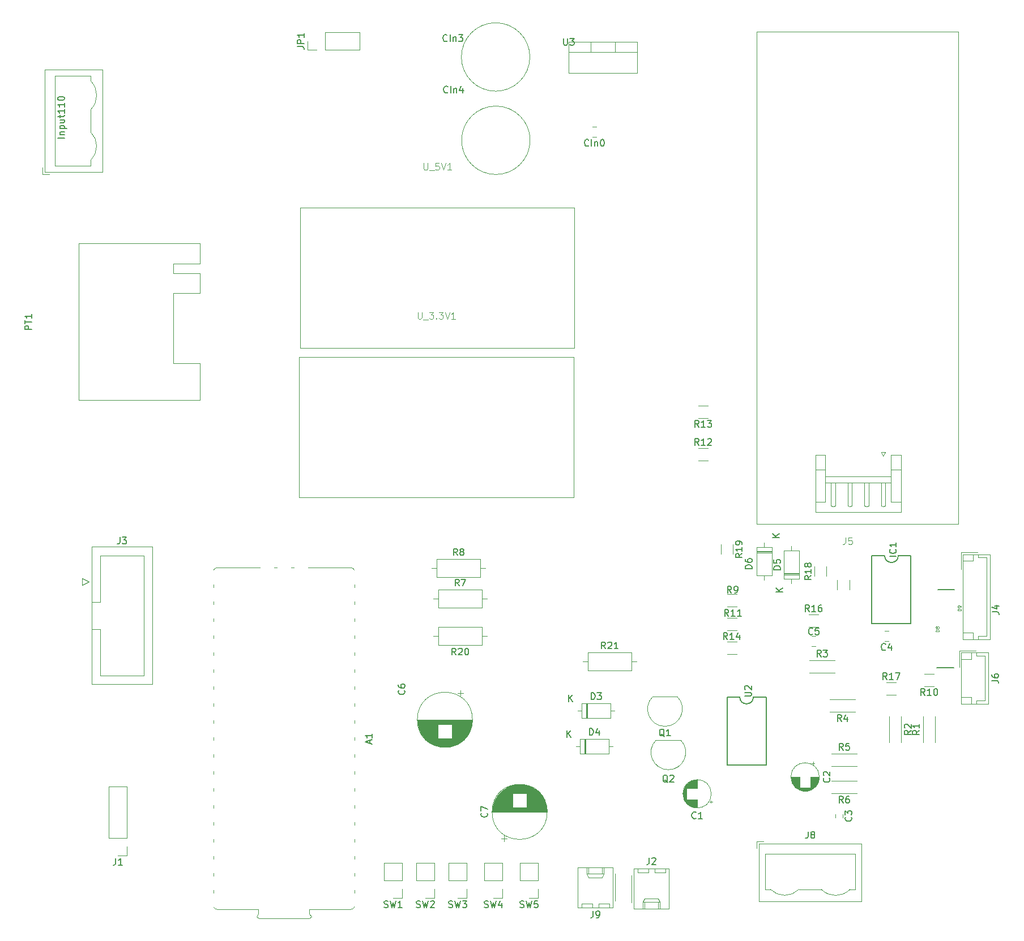
<source format=gbr>
%TF.GenerationSoftware,KiCad,Pcbnew,7.0.1*%
%TF.CreationDate,2023-05-11T18:44:24-05:00*%
%TF.ProjectId,CircuitoPotencia,43697263-7569-4746-9f50-6f74656e6369,rev?*%
%TF.SameCoordinates,Original*%
%TF.FileFunction,Legend,Top*%
%TF.FilePolarity,Positive*%
%FSLAX46Y46*%
G04 Gerber Fmt 4.6, Leading zero omitted, Abs format (unit mm)*
G04 Created by KiCad (PCBNEW 7.0.1) date 2023-05-11 18:44:24*
%MOMM*%
%LPD*%
G01*
G04 APERTURE LIST*
%ADD10C,0.150000*%
%ADD11C,0.100000*%
%ADD12C,0.120000*%
%ADD13C,0.152400*%
G04 APERTURE END LIST*
D10*
%TO.C,SW2*%
X94814167Y-147784000D02*
X94957024Y-147831619D01*
X94957024Y-147831619D02*
X95195119Y-147831619D01*
X95195119Y-147831619D02*
X95290357Y-147784000D01*
X95290357Y-147784000D02*
X95337976Y-147736380D01*
X95337976Y-147736380D02*
X95385595Y-147641142D01*
X95385595Y-147641142D02*
X95385595Y-147545904D01*
X95385595Y-147545904D02*
X95337976Y-147450666D01*
X95337976Y-147450666D02*
X95290357Y-147403047D01*
X95290357Y-147403047D02*
X95195119Y-147355428D01*
X95195119Y-147355428D02*
X95004643Y-147307809D01*
X95004643Y-147307809D02*
X94909405Y-147260190D01*
X94909405Y-147260190D02*
X94861786Y-147212571D01*
X94861786Y-147212571D02*
X94814167Y-147117333D01*
X94814167Y-147117333D02*
X94814167Y-147022095D01*
X94814167Y-147022095D02*
X94861786Y-146926857D01*
X94861786Y-146926857D02*
X94909405Y-146879238D01*
X94909405Y-146879238D02*
X95004643Y-146831619D01*
X95004643Y-146831619D02*
X95242738Y-146831619D01*
X95242738Y-146831619D02*
X95385595Y-146879238D01*
X95718929Y-146831619D02*
X95957024Y-147831619D01*
X95957024Y-147831619D02*
X96147500Y-147117333D01*
X96147500Y-147117333D02*
X96337976Y-147831619D01*
X96337976Y-147831619D02*
X96576072Y-146831619D01*
X96909405Y-146926857D02*
X96957024Y-146879238D01*
X96957024Y-146879238D02*
X97052262Y-146831619D01*
X97052262Y-146831619D02*
X97290357Y-146831619D01*
X97290357Y-146831619D02*
X97385595Y-146879238D01*
X97385595Y-146879238D02*
X97433214Y-146926857D01*
X97433214Y-146926857D02*
X97480833Y-147022095D01*
X97480833Y-147022095D02*
X97480833Y-147117333D01*
X97480833Y-147117333D02*
X97433214Y-147260190D01*
X97433214Y-147260190D02*
X96861786Y-147831619D01*
X96861786Y-147831619D02*
X97480833Y-147831619D01*
%TO.C,J3*%
X50466666Y-92422619D02*
X50466666Y-93136904D01*
X50466666Y-93136904D02*
X50419047Y-93279761D01*
X50419047Y-93279761D02*
X50323809Y-93375000D01*
X50323809Y-93375000D02*
X50180952Y-93422619D01*
X50180952Y-93422619D02*
X50085714Y-93422619D01*
X50847619Y-92422619D02*
X51466666Y-92422619D01*
X51466666Y-92422619D02*
X51133333Y-92803571D01*
X51133333Y-92803571D02*
X51276190Y-92803571D01*
X51276190Y-92803571D02*
X51371428Y-92851190D01*
X51371428Y-92851190D02*
X51419047Y-92898809D01*
X51419047Y-92898809D02*
X51466666Y-92994047D01*
X51466666Y-92994047D02*
X51466666Y-93232142D01*
X51466666Y-93232142D02*
X51419047Y-93327380D01*
X51419047Y-93327380D02*
X51371428Y-93375000D01*
X51371428Y-93375000D02*
X51276190Y-93422619D01*
X51276190Y-93422619D02*
X50990476Y-93422619D01*
X50990476Y-93422619D02*
X50895238Y-93375000D01*
X50895238Y-93375000D02*
X50847619Y-93327380D01*
%TO.C,R7*%
X101179333Y-99692619D02*
X100846000Y-99216428D01*
X100607905Y-99692619D02*
X100607905Y-98692619D01*
X100607905Y-98692619D02*
X100988857Y-98692619D01*
X100988857Y-98692619D02*
X101084095Y-98740238D01*
X101084095Y-98740238D02*
X101131714Y-98787857D01*
X101131714Y-98787857D02*
X101179333Y-98883095D01*
X101179333Y-98883095D02*
X101179333Y-99025952D01*
X101179333Y-99025952D02*
X101131714Y-99121190D01*
X101131714Y-99121190D02*
X101084095Y-99168809D01*
X101084095Y-99168809D02*
X100988857Y-99216428D01*
X100988857Y-99216428D02*
X100607905Y-99216428D01*
X101512667Y-98692619D02*
X102179333Y-98692619D01*
X102179333Y-98692619D02*
X101750762Y-99692619D01*
%TO.C,J1*%
X49840166Y-140476619D02*
X49840166Y-141190904D01*
X49840166Y-141190904D02*
X49792547Y-141333761D01*
X49792547Y-141333761D02*
X49697309Y-141429000D01*
X49697309Y-141429000D02*
X49554452Y-141476619D01*
X49554452Y-141476619D02*
X49459214Y-141476619D01*
X50840166Y-141476619D02*
X50268738Y-141476619D01*
X50554452Y-141476619D02*
X50554452Y-140476619D01*
X50554452Y-140476619D02*
X50459214Y-140619476D01*
X50459214Y-140619476D02*
X50363976Y-140714714D01*
X50363976Y-140714714D02*
X50268738Y-140762333D01*
%TO.C,R10*%
X170807142Y-116074619D02*
X170473809Y-115598428D01*
X170235714Y-116074619D02*
X170235714Y-115074619D01*
X170235714Y-115074619D02*
X170616666Y-115074619D01*
X170616666Y-115074619D02*
X170711904Y-115122238D01*
X170711904Y-115122238D02*
X170759523Y-115169857D01*
X170759523Y-115169857D02*
X170807142Y-115265095D01*
X170807142Y-115265095D02*
X170807142Y-115407952D01*
X170807142Y-115407952D02*
X170759523Y-115503190D01*
X170759523Y-115503190D02*
X170711904Y-115550809D01*
X170711904Y-115550809D02*
X170616666Y-115598428D01*
X170616666Y-115598428D02*
X170235714Y-115598428D01*
X171759523Y-116074619D02*
X171188095Y-116074619D01*
X171473809Y-116074619D02*
X171473809Y-115074619D01*
X171473809Y-115074619D02*
X171378571Y-115217476D01*
X171378571Y-115217476D02*
X171283333Y-115312714D01*
X171283333Y-115312714D02*
X171188095Y-115360333D01*
X172378571Y-115074619D02*
X172473809Y-115074619D01*
X172473809Y-115074619D02*
X172569047Y-115122238D01*
X172569047Y-115122238D02*
X172616666Y-115169857D01*
X172616666Y-115169857D02*
X172664285Y-115265095D01*
X172664285Y-115265095D02*
X172711904Y-115455571D01*
X172711904Y-115455571D02*
X172711904Y-115693666D01*
X172711904Y-115693666D02*
X172664285Y-115884142D01*
X172664285Y-115884142D02*
X172616666Y-115979380D01*
X172616666Y-115979380D02*
X172569047Y-116027000D01*
X172569047Y-116027000D02*
X172473809Y-116074619D01*
X172473809Y-116074619D02*
X172378571Y-116074619D01*
X172378571Y-116074619D02*
X172283333Y-116027000D01*
X172283333Y-116027000D02*
X172235714Y-115979380D01*
X172235714Y-115979380D02*
X172188095Y-115884142D01*
X172188095Y-115884142D02*
X172140476Y-115693666D01*
X172140476Y-115693666D02*
X172140476Y-115455571D01*
X172140476Y-115455571D02*
X172188095Y-115265095D01*
X172188095Y-115265095D02*
X172235714Y-115169857D01*
X172235714Y-115169857D02*
X172283333Y-115122238D01*
X172283333Y-115122238D02*
X172378571Y-115074619D01*
%TO.C,C5*%
X154036733Y-106894980D02*
X153989114Y-106942600D01*
X153989114Y-106942600D02*
X153846257Y-106990219D01*
X153846257Y-106990219D02*
X153751019Y-106990219D01*
X153751019Y-106990219D02*
X153608162Y-106942600D01*
X153608162Y-106942600D02*
X153512924Y-106847361D01*
X153512924Y-106847361D02*
X153465305Y-106752123D01*
X153465305Y-106752123D02*
X153417686Y-106561647D01*
X153417686Y-106561647D02*
X153417686Y-106418790D01*
X153417686Y-106418790D02*
X153465305Y-106228314D01*
X153465305Y-106228314D02*
X153512924Y-106133076D01*
X153512924Y-106133076D02*
X153608162Y-106037838D01*
X153608162Y-106037838D02*
X153751019Y-105990219D01*
X153751019Y-105990219D02*
X153846257Y-105990219D01*
X153846257Y-105990219D02*
X153989114Y-106037838D01*
X153989114Y-106037838D02*
X154036733Y-106085457D01*
X154941495Y-105990219D02*
X154465305Y-105990219D01*
X154465305Y-105990219D02*
X154417686Y-106466409D01*
X154417686Y-106466409D02*
X154465305Y-106418790D01*
X154465305Y-106418790D02*
X154560543Y-106371171D01*
X154560543Y-106371171D02*
X154798638Y-106371171D01*
X154798638Y-106371171D02*
X154893876Y-106418790D01*
X154893876Y-106418790D02*
X154941495Y-106466409D01*
X154941495Y-106466409D02*
X154989114Y-106561647D01*
X154989114Y-106561647D02*
X154989114Y-106799742D01*
X154989114Y-106799742D02*
X154941495Y-106894980D01*
X154941495Y-106894980D02*
X154893876Y-106942600D01*
X154893876Y-106942600D02*
X154798638Y-106990219D01*
X154798638Y-106990219D02*
X154560543Y-106990219D01*
X154560543Y-106990219D02*
X154465305Y-106942600D01*
X154465305Y-106942600D02*
X154417686Y-106894980D01*
%TO.C,J6*%
X180824619Y-113851333D02*
X181538904Y-113851333D01*
X181538904Y-113851333D02*
X181681761Y-113898952D01*
X181681761Y-113898952D02*
X181777000Y-113994190D01*
X181777000Y-113994190D02*
X181824619Y-114137047D01*
X181824619Y-114137047D02*
X181824619Y-114232285D01*
X180824619Y-112946571D02*
X180824619Y-113137047D01*
X180824619Y-113137047D02*
X180872238Y-113232285D01*
X180872238Y-113232285D02*
X180919857Y-113279904D01*
X180919857Y-113279904D02*
X181062714Y-113375142D01*
X181062714Y-113375142D02*
X181253190Y-113422761D01*
X181253190Y-113422761D02*
X181634142Y-113422761D01*
X181634142Y-113422761D02*
X181729380Y-113375142D01*
X181729380Y-113375142D02*
X181777000Y-113327523D01*
X181777000Y-113327523D02*
X181824619Y-113232285D01*
X181824619Y-113232285D02*
X181824619Y-113041809D01*
X181824619Y-113041809D02*
X181777000Y-112946571D01*
X181777000Y-112946571D02*
X181729380Y-112898952D01*
X181729380Y-112898952D02*
X181634142Y-112851333D01*
X181634142Y-112851333D02*
X181396047Y-112851333D01*
X181396047Y-112851333D02*
X181300809Y-112898952D01*
X181300809Y-112898952D02*
X181253190Y-112946571D01*
X181253190Y-112946571D02*
X181205571Y-113041809D01*
X181205571Y-113041809D02*
X181205571Y-113232285D01*
X181205571Y-113232285D02*
X181253190Y-113327523D01*
X181253190Y-113327523D02*
X181300809Y-113375142D01*
X181300809Y-113375142D02*
X181396047Y-113422761D01*
%TO.C,R6*%
X158583333Y-132176619D02*
X158250000Y-131700428D01*
X158011905Y-132176619D02*
X158011905Y-131176619D01*
X158011905Y-131176619D02*
X158392857Y-131176619D01*
X158392857Y-131176619D02*
X158488095Y-131224238D01*
X158488095Y-131224238D02*
X158535714Y-131271857D01*
X158535714Y-131271857D02*
X158583333Y-131367095D01*
X158583333Y-131367095D02*
X158583333Y-131509952D01*
X158583333Y-131509952D02*
X158535714Y-131605190D01*
X158535714Y-131605190D02*
X158488095Y-131652809D01*
X158488095Y-131652809D02*
X158392857Y-131700428D01*
X158392857Y-131700428D02*
X158011905Y-131700428D01*
X159440476Y-131176619D02*
X159250000Y-131176619D01*
X159250000Y-131176619D02*
X159154762Y-131224238D01*
X159154762Y-131224238D02*
X159107143Y-131271857D01*
X159107143Y-131271857D02*
X159011905Y-131414714D01*
X159011905Y-131414714D02*
X158964286Y-131605190D01*
X158964286Y-131605190D02*
X158964286Y-131986142D01*
X158964286Y-131986142D02*
X159011905Y-132081380D01*
X159011905Y-132081380D02*
X159059524Y-132129000D01*
X159059524Y-132129000D02*
X159154762Y-132176619D01*
X159154762Y-132176619D02*
X159345238Y-132176619D01*
X159345238Y-132176619D02*
X159440476Y-132129000D01*
X159440476Y-132129000D02*
X159488095Y-132081380D01*
X159488095Y-132081380D02*
X159535714Y-131986142D01*
X159535714Y-131986142D02*
X159535714Y-131748047D01*
X159535714Y-131748047D02*
X159488095Y-131652809D01*
X159488095Y-131652809D02*
X159440476Y-131605190D01*
X159440476Y-131605190D02*
X159345238Y-131557571D01*
X159345238Y-131557571D02*
X159154762Y-131557571D01*
X159154762Y-131557571D02*
X159059524Y-131605190D01*
X159059524Y-131605190D02*
X159011905Y-131652809D01*
X159011905Y-131652809D02*
X158964286Y-131748047D01*
%TO.C,U2*%
X143870119Y-116204904D02*
X144679642Y-116204904D01*
X144679642Y-116204904D02*
X144774880Y-116157285D01*
X144774880Y-116157285D02*
X144822500Y-116109666D01*
X144822500Y-116109666D02*
X144870119Y-116014428D01*
X144870119Y-116014428D02*
X144870119Y-115823952D01*
X144870119Y-115823952D02*
X144822500Y-115728714D01*
X144822500Y-115728714D02*
X144774880Y-115681095D01*
X144774880Y-115681095D02*
X144679642Y-115633476D01*
X144679642Y-115633476D02*
X143870119Y-115633476D01*
X143965357Y-115204904D02*
X143917738Y-115157285D01*
X143917738Y-115157285D02*
X143870119Y-115062047D01*
X143870119Y-115062047D02*
X143870119Y-114823952D01*
X143870119Y-114823952D02*
X143917738Y-114728714D01*
X143917738Y-114728714D02*
X143965357Y-114681095D01*
X143965357Y-114681095D02*
X144060595Y-114633476D01*
X144060595Y-114633476D02*
X144155833Y-114633476D01*
X144155833Y-114633476D02*
X144298690Y-114681095D01*
X144298690Y-114681095D02*
X144870119Y-115252523D01*
X144870119Y-115252523D02*
X144870119Y-114633476D01*
%TO.C,IC1*%
X166536619Y-95262389D02*
X165536619Y-95262389D01*
X166441380Y-94214771D02*
X166489000Y-94262390D01*
X166489000Y-94262390D02*
X166536619Y-94405247D01*
X166536619Y-94405247D02*
X166536619Y-94500485D01*
X166536619Y-94500485D02*
X166489000Y-94643342D01*
X166489000Y-94643342D02*
X166393761Y-94738580D01*
X166393761Y-94738580D02*
X166298523Y-94786199D01*
X166298523Y-94786199D02*
X166108047Y-94833818D01*
X166108047Y-94833818D02*
X165965190Y-94833818D01*
X165965190Y-94833818D02*
X165774714Y-94786199D01*
X165774714Y-94786199D02*
X165679476Y-94738580D01*
X165679476Y-94738580D02*
X165584238Y-94643342D01*
X165584238Y-94643342D02*
X165536619Y-94500485D01*
X165536619Y-94500485D02*
X165536619Y-94405247D01*
X165536619Y-94405247D02*
X165584238Y-94262390D01*
X165584238Y-94262390D02*
X165631857Y-94214771D01*
X166536619Y-93262390D02*
X166536619Y-93833818D01*
X166536619Y-93548104D02*
X165536619Y-93548104D01*
X165536619Y-93548104D02*
X165679476Y-93643342D01*
X165679476Y-93643342D02*
X165774714Y-93738580D01*
X165774714Y-93738580D02*
X165822333Y-93833818D01*
%TO.C,J8*%
X153336666Y-136464619D02*
X153336666Y-137178904D01*
X153336666Y-137178904D02*
X153289047Y-137321761D01*
X153289047Y-137321761D02*
X153193809Y-137417000D01*
X153193809Y-137417000D02*
X153050952Y-137464619D01*
X153050952Y-137464619D02*
X152955714Y-137464619D01*
X153955714Y-136893190D02*
X153860476Y-136845571D01*
X153860476Y-136845571D02*
X153812857Y-136797952D01*
X153812857Y-136797952D02*
X153765238Y-136702714D01*
X153765238Y-136702714D02*
X153765238Y-136655095D01*
X153765238Y-136655095D02*
X153812857Y-136559857D01*
X153812857Y-136559857D02*
X153860476Y-136512238D01*
X153860476Y-136512238D02*
X153955714Y-136464619D01*
X153955714Y-136464619D02*
X154146190Y-136464619D01*
X154146190Y-136464619D02*
X154241428Y-136512238D01*
X154241428Y-136512238D02*
X154289047Y-136559857D01*
X154289047Y-136559857D02*
X154336666Y-136655095D01*
X154336666Y-136655095D02*
X154336666Y-136702714D01*
X154336666Y-136702714D02*
X154289047Y-136797952D01*
X154289047Y-136797952D02*
X154241428Y-136845571D01*
X154241428Y-136845571D02*
X154146190Y-136893190D01*
X154146190Y-136893190D02*
X153955714Y-136893190D01*
X153955714Y-136893190D02*
X153860476Y-136940809D01*
X153860476Y-136940809D02*
X153812857Y-136988428D01*
X153812857Y-136988428D02*
X153765238Y-137083666D01*
X153765238Y-137083666D02*
X153765238Y-137274142D01*
X153765238Y-137274142D02*
X153812857Y-137369380D01*
X153812857Y-137369380D02*
X153860476Y-137417000D01*
X153860476Y-137417000D02*
X153955714Y-137464619D01*
X153955714Y-137464619D02*
X154146190Y-137464619D01*
X154146190Y-137464619D02*
X154241428Y-137417000D01*
X154241428Y-137417000D02*
X154289047Y-137369380D01*
X154289047Y-137369380D02*
X154336666Y-137274142D01*
X154336666Y-137274142D02*
X154336666Y-137083666D01*
X154336666Y-137083666D02*
X154289047Y-136988428D01*
X154289047Y-136988428D02*
X154241428Y-136940809D01*
X154241428Y-136940809D02*
X154146190Y-136893190D01*
%TO.C,SW5*%
X110308167Y-147784000D02*
X110451024Y-147831619D01*
X110451024Y-147831619D02*
X110689119Y-147831619D01*
X110689119Y-147831619D02*
X110784357Y-147784000D01*
X110784357Y-147784000D02*
X110831976Y-147736380D01*
X110831976Y-147736380D02*
X110879595Y-147641142D01*
X110879595Y-147641142D02*
X110879595Y-147545904D01*
X110879595Y-147545904D02*
X110831976Y-147450666D01*
X110831976Y-147450666D02*
X110784357Y-147403047D01*
X110784357Y-147403047D02*
X110689119Y-147355428D01*
X110689119Y-147355428D02*
X110498643Y-147307809D01*
X110498643Y-147307809D02*
X110403405Y-147260190D01*
X110403405Y-147260190D02*
X110355786Y-147212571D01*
X110355786Y-147212571D02*
X110308167Y-147117333D01*
X110308167Y-147117333D02*
X110308167Y-147022095D01*
X110308167Y-147022095D02*
X110355786Y-146926857D01*
X110355786Y-146926857D02*
X110403405Y-146879238D01*
X110403405Y-146879238D02*
X110498643Y-146831619D01*
X110498643Y-146831619D02*
X110736738Y-146831619D01*
X110736738Y-146831619D02*
X110879595Y-146879238D01*
X111212929Y-146831619D02*
X111451024Y-147831619D01*
X111451024Y-147831619D02*
X111641500Y-147117333D01*
X111641500Y-147117333D02*
X111831976Y-147831619D01*
X111831976Y-147831619D02*
X112070072Y-146831619D01*
X112927214Y-146831619D02*
X112451024Y-146831619D01*
X112451024Y-146831619D02*
X112403405Y-147307809D01*
X112403405Y-147307809D02*
X112451024Y-147260190D01*
X112451024Y-147260190D02*
X112546262Y-147212571D01*
X112546262Y-147212571D02*
X112784357Y-147212571D01*
X112784357Y-147212571D02*
X112879595Y-147260190D01*
X112879595Y-147260190D02*
X112927214Y-147307809D01*
X112927214Y-147307809D02*
X112974833Y-147403047D01*
X112974833Y-147403047D02*
X112974833Y-147641142D01*
X112974833Y-147641142D02*
X112927214Y-147736380D01*
X112927214Y-147736380D02*
X112879595Y-147784000D01*
X112879595Y-147784000D02*
X112784357Y-147831619D01*
X112784357Y-147831619D02*
X112546262Y-147831619D01*
X112546262Y-147831619D02*
X112451024Y-147784000D01*
X112451024Y-147784000D02*
X112403405Y-147736380D01*
%TO.C,C7*%
X105353380Y-133673317D02*
X105401000Y-133720936D01*
X105401000Y-133720936D02*
X105448619Y-133863793D01*
X105448619Y-133863793D02*
X105448619Y-133959031D01*
X105448619Y-133959031D02*
X105401000Y-134101888D01*
X105401000Y-134101888D02*
X105305761Y-134197126D01*
X105305761Y-134197126D02*
X105210523Y-134244745D01*
X105210523Y-134244745D02*
X105020047Y-134292364D01*
X105020047Y-134292364D02*
X104877190Y-134292364D01*
X104877190Y-134292364D02*
X104686714Y-134244745D01*
X104686714Y-134244745D02*
X104591476Y-134197126D01*
X104591476Y-134197126D02*
X104496238Y-134101888D01*
X104496238Y-134101888D02*
X104448619Y-133959031D01*
X104448619Y-133959031D02*
X104448619Y-133863793D01*
X104448619Y-133863793D02*
X104496238Y-133720936D01*
X104496238Y-133720936D02*
X104543857Y-133673317D01*
X104448619Y-133339983D02*
X104448619Y-132673317D01*
X104448619Y-132673317D02*
X105448619Y-133101888D01*
%TO.C,J4*%
X180894819Y-103584333D02*
X181609104Y-103584333D01*
X181609104Y-103584333D02*
X181751961Y-103631952D01*
X181751961Y-103631952D02*
X181847200Y-103727190D01*
X181847200Y-103727190D02*
X181894819Y-103870047D01*
X181894819Y-103870047D02*
X181894819Y-103965285D01*
X181228152Y-102679571D02*
X181894819Y-102679571D01*
X180847200Y-102917666D02*
X181561485Y-103155761D01*
X181561485Y-103155761D02*
X181561485Y-102536714D01*
%TO.C,CIn3*%
X99397357Y-18130130D02*
X99349738Y-18177750D01*
X99349738Y-18177750D02*
X99206881Y-18225369D01*
X99206881Y-18225369D02*
X99111643Y-18225369D01*
X99111643Y-18225369D02*
X98968786Y-18177750D01*
X98968786Y-18177750D02*
X98873548Y-18082511D01*
X98873548Y-18082511D02*
X98825929Y-17987273D01*
X98825929Y-17987273D02*
X98778310Y-17796797D01*
X98778310Y-17796797D02*
X98778310Y-17653940D01*
X98778310Y-17653940D02*
X98825929Y-17463464D01*
X98825929Y-17463464D02*
X98873548Y-17368226D01*
X98873548Y-17368226D02*
X98968786Y-17272988D01*
X98968786Y-17272988D02*
X99111643Y-17225369D01*
X99111643Y-17225369D02*
X99206881Y-17225369D01*
X99206881Y-17225369D02*
X99349738Y-17272988D01*
X99349738Y-17272988D02*
X99397357Y-17320607D01*
X99825929Y-18225369D02*
X99825929Y-17225369D01*
X100302119Y-17558702D02*
X100302119Y-18225369D01*
X100302119Y-17653940D02*
X100349738Y-17606321D01*
X100349738Y-17606321D02*
X100444976Y-17558702D01*
X100444976Y-17558702D02*
X100587833Y-17558702D01*
X100587833Y-17558702D02*
X100683071Y-17606321D01*
X100683071Y-17606321D02*
X100730690Y-17701559D01*
X100730690Y-17701559D02*
X100730690Y-18225369D01*
X101111643Y-17225369D02*
X101730690Y-17225369D01*
X101730690Y-17225369D02*
X101397357Y-17606321D01*
X101397357Y-17606321D02*
X101540214Y-17606321D01*
X101540214Y-17606321D02*
X101635452Y-17653940D01*
X101635452Y-17653940D02*
X101683071Y-17701559D01*
X101683071Y-17701559D02*
X101730690Y-17796797D01*
X101730690Y-17796797D02*
X101730690Y-18034892D01*
X101730690Y-18034892D02*
X101683071Y-18130130D01*
X101683071Y-18130130D02*
X101635452Y-18177750D01*
X101635452Y-18177750D02*
X101540214Y-18225369D01*
X101540214Y-18225369D02*
X101254500Y-18225369D01*
X101254500Y-18225369D02*
X101159262Y-18177750D01*
X101159262Y-18177750D02*
X101111643Y-18130130D01*
D11*
%TO.C,U_5V1*%
X95882381Y-36442619D02*
X95882381Y-37252142D01*
X95882381Y-37252142D02*
X95930000Y-37347380D01*
X95930000Y-37347380D02*
X95977619Y-37395000D01*
X95977619Y-37395000D02*
X96072857Y-37442619D01*
X96072857Y-37442619D02*
X96263333Y-37442619D01*
X96263333Y-37442619D02*
X96358571Y-37395000D01*
X96358571Y-37395000D02*
X96406190Y-37347380D01*
X96406190Y-37347380D02*
X96453809Y-37252142D01*
X96453809Y-37252142D02*
X96453809Y-36442619D01*
X96691905Y-37537857D02*
X97453809Y-37537857D01*
X98168095Y-36442619D02*
X97691905Y-36442619D01*
X97691905Y-36442619D02*
X97644286Y-36918809D01*
X97644286Y-36918809D02*
X97691905Y-36871190D01*
X97691905Y-36871190D02*
X97787143Y-36823571D01*
X97787143Y-36823571D02*
X98025238Y-36823571D01*
X98025238Y-36823571D02*
X98120476Y-36871190D01*
X98120476Y-36871190D02*
X98168095Y-36918809D01*
X98168095Y-36918809D02*
X98215714Y-37014047D01*
X98215714Y-37014047D02*
X98215714Y-37252142D01*
X98215714Y-37252142D02*
X98168095Y-37347380D01*
X98168095Y-37347380D02*
X98120476Y-37395000D01*
X98120476Y-37395000D02*
X98025238Y-37442619D01*
X98025238Y-37442619D02*
X97787143Y-37442619D01*
X97787143Y-37442619D02*
X97691905Y-37395000D01*
X97691905Y-37395000D02*
X97644286Y-37347380D01*
X98501429Y-36442619D02*
X98834762Y-37442619D01*
X98834762Y-37442619D02*
X99168095Y-36442619D01*
X100025238Y-37442619D02*
X99453810Y-37442619D01*
X99739524Y-37442619D02*
X99739524Y-36442619D01*
X99739524Y-36442619D02*
X99644286Y-36585476D01*
X99644286Y-36585476D02*
X99549048Y-36680714D01*
X99549048Y-36680714D02*
X99453810Y-36728333D01*
D10*
%TO.C,D6*%
X144963219Y-97131094D02*
X143963219Y-97131094D01*
X143963219Y-97131094D02*
X143963219Y-96892999D01*
X143963219Y-96892999D02*
X144010838Y-96750142D01*
X144010838Y-96750142D02*
X144106076Y-96654904D01*
X144106076Y-96654904D02*
X144201314Y-96607285D01*
X144201314Y-96607285D02*
X144391790Y-96559666D01*
X144391790Y-96559666D02*
X144534647Y-96559666D01*
X144534647Y-96559666D02*
X144725123Y-96607285D01*
X144725123Y-96607285D02*
X144820361Y-96654904D01*
X144820361Y-96654904D02*
X144915600Y-96750142D01*
X144915600Y-96750142D02*
X144963219Y-96892999D01*
X144963219Y-96892999D02*
X144963219Y-97131094D01*
X143963219Y-95702523D02*
X143963219Y-95892999D01*
X143963219Y-95892999D02*
X144010838Y-95988237D01*
X144010838Y-95988237D02*
X144058457Y-96035856D01*
X144058457Y-96035856D02*
X144201314Y-96131094D01*
X144201314Y-96131094D02*
X144391790Y-96178713D01*
X144391790Y-96178713D02*
X144772742Y-96178713D01*
X144772742Y-96178713D02*
X144867980Y-96131094D01*
X144867980Y-96131094D02*
X144915600Y-96083475D01*
X144915600Y-96083475D02*
X144963219Y-95988237D01*
X144963219Y-95988237D02*
X144963219Y-95797761D01*
X144963219Y-95797761D02*
X144915600Y-95702523D01*
X144915600Y-95702523D02*
X144867980Y-95654904D01*
X144867980Y-95654904D02*
X144772742Y-95607285D01*
X144772742Y-95607285D02*
X144534647Y-95607285D01*
X144534647Y-95607285D02*
X144439409Y-95654904D01*
X144439409Y-95654904D02*
X144391790Y-95702523D01*
X144391790Y-95702523D02*
X144344171Y-95797761D01*
X144344171Y-95797761D02*
X144344171Y-95988237D01*
X144344171Y-95988237D02*
X144391790Y-96083475D01*
X144391790Y-96083475D02*
X144439409Y-96131094D01*
X144439409Y-96131094D02*
X144534647Y-96178713D01*
X149074619Y-92463904D02*
X148074619Y-92463904D01*
X149074619Y-91892476D02*
X148503190Y-92321047D01*
X148074619Y-91892476D02*
X148646047Y-92463904D01*
%TO.C,R5*%
X158583333Y-124272619D02*
X158250000Y-123796428D01*
X158011905Y-124272619D02*
X158011905Y-123272619D01*
X158011905Y-123272619D02*
X158392857Y-123272619D01*
X158392857Y-123272619D02*
X158488095Y-123320238D01*
X158488095Y-123320238D02*
X158535714Y-123367857D01*
X158535714Y-123367857D02*
X158583333Y-123463095D01*
X158583333Y-123463095D02*
X158583333Y-123605952D01*
X158583333Y-123605952D02*
X158535714Y-123701190D01*
X158535714Y-123701190D02*
X158488095Y-123748809D01*
X158488095Y-123748809D02*
X158392857Y-123796428D01*
X158392857Y-123796428D02*
X158011905Y-123796428D01*
X159488095Y-123272619D02*
X159011905Y-123272619D01*
X159011905Y-123272619D02*
X158964286Y-123748809D01*
X158964286Y-123748809D02*
X159011905Y-123701190D01*
X159011905Y-123701190D02*
X159107143Y-123653571D01*
X159107143Y-123653571D02*
X159345238Y-123653571D01*
X159345238Y-123653571D02*
X159440476Y-123701190D01*
X159440476Y-123701190D02*
X159488095Y-123748809D01*
X159488095Y-123748809D02*
X159535714Y-123844047D01*
X159535714Y-123844047D02*
X159535714Y-124082142D01*
X159535714Y-124082142D02*
X159488095Y-124177380D01*
X159488095Y-124177380D02*
X159440476Y-124225000D01*
X159440476Y-124225000D02*
X159345238Y-124272619D01*
X159345238Y-124272619D02*
X159107143Y-124272619D01*
X159107143Y-124272619D02*
X159011905Y-124225000D01*
X159011905Y-124225000D02*
X158964286Y-124177380D01*
D11*
%TO.C,D9*%
X176221309Y-103415047D02*
X175721309Y-103415047D01*
X175721309Y-103415047D02*
X175721309Y-103295999D01*
X175721309Y-103295999D02*
X175745119Y-103224571D01*
X175745119Y-103224571D02*
X175792738Y-103176952D01*
X175792738Y-103176952D02*
X175840357Y-103153142D01*
X175840357Y-103153142D02*
X175935595Y-103129333D01*
X175935595Y-103129333D02*
X176007023Y-103129333D01*
X176007023Y-103129333D02*
X176102261Y-103153142D01*
X176102261Y-103153142D02*
X176149880Y-103176952D01*
X176149880Y-103176952D02*
X176197500Y-103224571D01*
X176197500Y-103224571D02*
X176221309Y-103295999D01*
X176221309Y-103295999D02*
X176221309Y-103415047D01*
X176221309Y-102891237D02*
X176221309Y-102795999D01*
X176221309Y-102795999D02*
X176197500Y-102748380D01*
X176197500Y-102748380D02*
X176173690Y-102724571D01*
X176173690Y-102724571D02*
X176102261Y-102676952D01*
X176102261Y-102676952D02*
X176007023Y-102653142D01*
X176007023Y-102653142D02*
X175816547Y-102653142D01*
X175816547Y-102653142D02*
X175768928Y-102676952D01*
X175768928Y-102676952D02*
X175745119Y-102700761D01*
X175745119Y-102700761D02*
X175721309Y-102748380D01*
X175721309Y-102748380D02*
X175721309Y-102843618D01*
X175721309Y-102843618D02*
X175745119Y-102891237D01*
X175745119Y-102891237D02*
X175768928Y-102915047D01*
X175768928Y-102915047D02*
X175816547Y-102938856D01*
X175816547Y-102938856D02*
X175935595Y-102938856D01*
X175935595Y-102938856D02*
X175983214Y-102915047D01*
X175983214Y-102915047D02*
X176007023Y-102891237D01*
X176007023Y-102891237D02*
X176030833Y-102843618D01*
X176030833Y-102843618D02*
X176030833Y-102748380D01*
X176030833Y-102748380D02*
X176007023Y-102700761D01*
X176007023Y-102700761D02*
X175983214Y-102676952D01*
X175983214Y-102676952D02*
X175935595Y-102653142D01*
D10*
%TO.C,C2*%
X156525380Y-128448666D02*
X156573000Y-128496285D01*
X156573000Y-128496285D02*
X156620619Y-128639142D01*
X156620619Y-128639142D02*
X156620619Y-128734380D01*
X156620619Y-128734380D02*
X156573000Y-128877237D01*
X156573000Y-128877237D02*
X156477761Y-128972475D01*
X156477761Y-128972475D02*
X156382523Y-129020094D01*
X156382523Y-129020094D02*
X156192047Y-129067713D01*
X156192047Y-129067713D02*
X156049190Y-129067713D01*
X156049190Y-129067713D02*
X155858714Y-129020094D01*
X155858714Y-129020094D02*
X155763476Y-128972475D01*
X155763476Y-128972475D02*
X155668238Y-128877237D01*
X155668238Y-128877237D02*
X155620619Y-128734380D01*
X155620619Y-128734380D02*
X155620619Y-128639142D01*
X155620619Y-128639142D02*
X155668238Y-128496285D01*
X155668238Y-128496285D02*
X155715857Y-128448666D01*
X155715857Y-128067713D02*
X155668238Y-128020094D01*
X155668238Y-128020094D02*
X155620619Y-127924856D01*
X155620619Y-127924856D02*
X155620619Y-127686761D01*
X155620619Y-127686761D02*
X155668238Y-127591523D01*
X155668238Y-127591523D02*
X155715857Y-127543904D01*
X155715857Y-127543904D02*
X155811095Y-127496285D01*
X155811095Y-127496285D02*
X155906333Y-127496285D01*
X155906333Y-127496285D02*
X156049190Y-127543904D01*
X156049190Y-127543904D02*
X156620619Y-128115332D01*
X156620619Y-128115332D02*
X156620619Y-127496285D01*
%TO.C,R8*%
X100925333Y-95120619D02*
X100592000Y-94644428D01*
X100353905Y-95120619D02*
X100353905Y-94120619D01*
X100353905Y-94120619D02*
X100734857Y-94120619D01*
X100734857Y-94120619D02*
X100830095Y-94168238D01*
X100830095Y-94168238D02*
X100877714Y-94215857D01*
X100877714Y-94215857D02*
X100925333Y-94311095D01*
X100925333Y-94311095D02*
X100925333Y-94453952D01*
X100925333Y-94453952D02*
X100877714Y-94549190D01*
X100877714Y-94549190D02*
X100830095Y-94596809D01*
X100830095Y-94596809D02*
X100734857Y-94644428D01*
X100734857Y-94644428D02*
X100353905Y-94644428D01*
X101496762Y-94549190D02*
X101401524Y-94501571D01*
X101401524Y-94501571D02*
X101353905Y-94453952D01*
X101353905Y-94453952D02*
X101306286Y-94358714D01*
X101306286Y-94358714D02*
X101306286Y-94311095D01*
X101306286Y-94311095D02*
X101353905Y-94215857D01*
X101353905Y-94215857D02*
X101401524Y-94168238D01*
X101401524Y-94168238D02*
X101496762Y-94120619D01*
X101496762Y-94120619D02*
X101687238Y-94120619D01*
X101687238Y-94120619D02*
X101782476Y-94168238D01*
X101782476Y-94168238D02*
X101830095Y-94215857D01*
X101830095Y-94215857D02*
X101877714Y-94311095D01*
X101877714Y-94311095D02*
X101877714Y-94358714D01*
X101877714Y-94358714D02*
X101830095Y-94453952D01*
X101830095Y-94453952D02*
X101782476Y-94501571D01*
X101782476Y-94501571D02*
X101687238Y-94549190D01*
X101687238Y-94549190D02*
X101496762Y-94549190D01*
X101496762Y-94549190D02*
X101401524Y-94596809D01*
X101401524Y-94596809D02*
X101353905Y-94644428D01*
X101353905Y-94644428D02*
X101306286Y-94739666D01*
X101306286Y-94739666D02*
X101306286Y-94930142D01*
X101306286Y-94930142D02*
X101353905Y-95025380D01*
X101353905Y-95025380D02*
X101401524Y-95073000D01*
X101401524Y-95073000D02*
X101496762Y-95120619D01*
X101496762Y-95120619D02*
X101687238Y-95120619D01*
X101687238Y-95120619D02*
X101782476Y-95073000D01*
X101782476Y-95073000D02*
X101830095Y-95025380D01*
X101830095Y-95025380D02*
X101877714Y-94930142D01*
X101877714Y-94930142D02*
X101877714Y-94739666D01*
X101877714Y-94739666D02*
X101830095Y-94644428D01*
X101830095Y-94644428D02*
X101782476Y-94596809D01*
X101782476Y-94596809D02*
X101687238Y-94549190D01*
%TO.C,R14*%
X141292342Y-107701419D02*
X140959009Y-107225228D01*
X140720914Y-107701419D02*
X140720914Y-106701419D01*
X140720914Y-106701419D02*
X141101866Y-106701419D01*
X141101866Y-106701419D02*
X141197104Y-106749038D01*
X141197104Y-106749038D02*
X141244723Y-106796657D01*
X141244723Y-106796657D02*
X141292342Y-106891895D01*
X141292342Y-106891895D02*
X141292342Y-107034752D01*
X141292342Y-107034752D02*
X141244723Y-107129990D01*
X141244723Y-107129990D02*
X141197104Y-107177609D01*
X141197104Y-107177609D02*
X141101866Y-107225228D01*
X141101866Y-107225228D02*
X140720914Y-107225228D01*
X142244723Y-107701419D02*
X141673295Y-107701419D01*
X141959009Y-107701419D02*
X141959009Y-106701419D01*
X141959009Y-106701419D02*
X141863771Y-106844276D01*
X141863771Y-106844276D02*
X141768533Y-106939514D01*
X141768533Y-106939514D02*
X141673295Y-106987133D01*
X143101866Y-107034752D02*
X143101866Y-107701419D01*
X142863771Y-106653800D02*
X142625676Y-107368085D01*
X142625676Y-107368085D02*
X143244723Y-107368085D01*
%TO.C,R4*%
X158329333Y-119984619D02*
X157996000Y-119508428D01*
X157757905Y-119984619D02*
X157757905Y-118984619D01*
X157757905Y-118984619D02*
X158138857Y-118984619D01*
X158138857Y-118984619D02*
X158234095Y-119032238D01*
X158234095Y-119032238D02*
X158281714Y-119079857D01*
X158281714Y-119079857D02*
X158329333Y-119175095D01*
X158329333Y-119175095D02*
X158329333Y-119317952D01*
X158329333Y-119317952D02*
X158281714Y-119413190D01*
X158281714Y-119413190D02*
X158234095Y-119460809D01*
X158234095Y-119460809D02*
X158138857Y-119508428D01*
X158138857Y-119508428D02*
X157757905Y-119508428D01*
X159186476Y-119317952D02*
X159186476Y-119984619D01*
X158948381Y-118937000D02*
X158710286Y-119651285D01*
X158710286Y-119651285D02*
X159329333Y-119651285D01*
%TO.C,D5*%
X149218619Y-97258094D02*
X148218619Y-97258094D01*
X148218619Y-97258094D02*
X148218619Y-97019999D01*
X148218619Y-97019999D02*
X148266238Y-96877142D01*
X148266238Y-96877142D02*
X148361476Y-96781904D01*
X148361476Y-96781904D02*
X148456714Y-96734285D01*
X148456714Y-96734285D02*
X148647190Y-96686666D01*
X148647190Y-96686666D02*
X148790047Y-96686666D01*
X148790047Y-96686666D02*
X148980523Y-96734285D01*
X148980523Y-96734285D02*
X149075761Y-96781904D01*
X149075761Y-96781904D02*
X149171000Y-96877142D01*
X149171000Y-96877142D02*
X149218619Y-97019999D01*
X149218619Y-97019999D02*
X149218619Y-97258094D01*
X148218619Y-95781904D02*
X148218619Y-96258094D01*
X148218619Y-96258094D02*
X148694809Y-96305713D01*
X148694809Y-96305713D02*
X148647190Y-96258094D01*
X148647190Y-96258094D02*
X148599571Y-96162856D01*
X148599571Y-96162856D02*
X148599571Y-95924761D01*
X148599571Y-95924761D02*
X148647190Y-95829523D01*
X148647190Y-95829523D02*
X148694809Y-95781904D01*
X148694809Y-95781904D02*
X148790047Y-95734285D01*
X148790047Y-95734285D02*
X149028142Y-95734285D01*
X149028142Y-95734285D02*
X149123380Y-95781904D01*
X149123380Y-95781904D02*
X149171000Y-95829523D01*
X149171000Y-95829523D02*
X149218619Y-95924761D01*
X149218619Y-95924761D02*
X149218619Y-96162856D01*
X149218619Y-96162856D02*
X149171000Y-96258094D01*
X149171000Y-96258094D02*
X149123380Y-96305713D01*
X149538619Y-100591904D02*
X148538619Y-100591904D01*
X149538619Y-100020476D02*
X148967190Y-100449047D01*
X148538619Y-100020476D02*
X149110047Y-100591904D01*
D11*
%TO.C,U_3.3V1*%
X95028095Y-58748619D02*
X95028095Y-59558142D01*
X95028095Y-59558142D02*
X95075714Y-59653380D01*
X95075714Y-59653380D02*
X95123333Y-59701000D01*
X95123333Y-59701000D02*
X95218571Y-59748619D01*
X95218571Y-59748619D02*
X95409047Y-59748619D01*
X95409047Y-59748619D02*
X95504285Y-59701000D01*
X95504285Y-59701000D02*
X95551904Y-59653380D01*
X95551904Y-59653380D02*
X95599523Y-59558142D01*
X95599523Y-59558142D02*
X95599523Y-58748619D01*
X95837619Y-59843857D02*
X96599523Y-59843857D01*
X96742381Y-58748619D02*
X97361428Y-58748619D01*
X97361428Y-58748619D02*
X97028095Y-59129571D01*
X97028095Y-59129571D02*
X97170952Y-59129571D01*
X97170952Y-59129571D02*
X97266190Y-59177190D01*
X97266190Y-59177190D02*
X97313809Y-59224809D01*
X97313809Y-59224809D02*
X97361428Y-59320047D01*
X97361428Y-59320047D02*
X97361428Y-59558142D01*
X97361428Y-59558142D02*
X97313809Y-59653380D01*
X97313809Y-59653380D02*
X97266190Y-59701000D01*
X97266190Y-59701000D02*
X97170952Y-59748619D01*
X97170952Y-59748619D02*
X96885238Y-59748619D01*
X96885238Y-59748619D02*
X96790000Y-59701000D01*
X96790000Y-59701000D02*
X96742381Y-59653380D01*
X97790000Y-59653380D02*
X97837619Y-59701000D01*
X97837619Y-59701000D02*
X97790000Y-59748619D01*
X97790000Y-59748619D02*
X97742381Y-59701000D01*
X97742381Y-59701000D02*
X97790000Y-59653380D01*
X97790000Y-59653380D02*
X97790000Y-59748619D01*
X98170952Y-58748619D02*
X98789999Y-58748619D01*
X98789999Y-58748619D02*
X98456666Y-59129571D01*
X98456666Y-59129571D02*
X98599523Y-59129571D01*
X98599523Y-59129571D02*
X98694761Y-59177190D01*
X98694761Y-59177190D02*
X98742380Y-59224809D01*
X98742380Y-59224809D02*
X98789999Y-59320047D01*
X98789999Y-59320047D02*
X98789999Y-59558142D01*
X98789999Y-59558142D02*
X98742380Y-59653380D01*
X98742380Y-59653380D02*
X98694761Y-59701000D01*
X98694761Y-59701000D02*
X98599523Y-59748619D01*
X98599523Y-59748619D02*
X98313809Y-59748619D01*
X98313809Y-59748619D02*
X98218571Y-59701000D01*
X98218571Y-59701000D02*
X98170952Y-59653380D01*
X99075714Y-58748619D02*
X99409047Y-59748619D01*
X99409047Y-59748619D02*
X99742380Y-58748619D01*
X100599523Y-59748619D02*
X100028095Y-59748619D01*
X100313809Y-59748619D02*
X100313809Y-58748619D01*
X100313809Y-58748619D02*
X100218571Y-58891476D01*
X100218571Y-58891476D02*
X100123333Y-58986714D01*
X100123333Y-58986714D02*
X100028095Y-59034333D01*
D10*
%TO.C,PT1*%
X37275119Y-61349047D02*
X36275119Y-61349047D01*
X36275119Y-61349047D02*
X36275119Y-60968095D01*
X36275119Y-60968095D02*
X36322738Y-60872857D01*
X36322738Y-60872857D02*
X36370357Y-60825238D01*
X36370357Y-60825238D02*
X36465595Y-60777619D01*
X36465595Y-60777619D02*
X36608452Y-60777619D01*
X36608452Y-60777619D02*
X36703690Y-60825238D01*
X36703690Y-60825238D02*
X36751309Y-60872857D01*
X36751309Y-60872857D02*
X36798928Y-60968095D01*
X36798928Y-60968095D02*
X36798928Y-61349047D01*
X36275119Y-60491904D02*
X36275119Y-59920476D01*
X37275119Y-60206190D02*
X36275119Y-60206190D01*
X37275119Y-59063333D02*
X37275119Y-59634761D01*
X37275119Y-59349047D02*
X36275119Y-59349047D01*
X36275119Y-59349047D02*
X36417976Y-59444285D01*
X36417976Y-59444285D02*
X36513214Y-59539523D01*
X36513214Y-59539523D02*
X36560833Y-59634761D01*
%TO.C,C1*%
X136593432Y-134427380D02*
X136545813Y-134475000D01*
X136545813Y-134475000D02*
X136402956Y-134522619D01*
X136402956Y-134522619D02*
X136307718Y-134522619D01*
X136307718Y-134522619D02*
X136164861Y-134475000D01*
X136164861Y-134475000D02*
X136069623Y-134379761D01*
X136069623Y-134379761D02*
X136022004Y-134284523D01*
X136022004Y-134284523D02*
X135974385Y-134094047D01*
X135974385Y-134094047D02*
X135974385Y-133951190D01*
X135974385Y-133951190D02*
X136022004Y-133760714D01*
X136022004Y-133760714D02*
X136069623Y-133665476D01*
X136069623Y-133665476D02*
X136164861Y-133570238D01*
X136164861Y-133570238D02*
X136307718Y-133522619D01*
X136307718Y-133522619D02*
X136402956Y-133522619D01*
X136402956Y-133522619D02*
X136545813Y-133570238D01*
X136545813Y-133570238D02*
X136593432Y-133617857D01*
X137545813Y-134522619D02*
X136974385Y-134522619D01*
X137260099Y-134522619D02*
X137260099Y-133522619D01*
X137260099Y-133522619D02*
X137164861Y-133665476D01*
X137164861Y-133665476D02*
X137069623Y-133760714D01*
X137069623Y-133760714D02*
X136974385Y-133808333D01*
%TO.C,D4*%
X120673905Y-122040619D02*
X120673905Y-121040619D01*
X120673905Y-121040619D02*
X120912000Y-121040619D01*
X120912000Y-121040619D02*
X121054857Y-121088238D01*
X121054857Y-121088238D02*
X121150095Y-121183476D01*
X121150095Y-121183476D02*
X121197714Y-121278714D01*
X121197714Y-121278714D02*
X121245333Y-121469190D01*
X121245333Y-121469190D02*
X121245333Y-121612047D01*
X121245333Y-121612047D02*
X121197714Y-121802523D01*
X121197714Y-121802523D02*
X121150095Y-121897761D01*
X121150095Y-121897761D02*
X121054857Y-121993000D01*
X121054857Y-121993000D02*
X120912000Y-122040619D01*
X120912000Y-122040619D02*
X120673905Y-122040619D01*
X122102476Y-121373952D02*
X122102476Y-122040619D01*
X121864381Y-120993000D02*
X121626286Y-121707285D01*
X121626286Y-121707285D02*
X122245333Y-121707285D01*
X117340095Y-122360619D02*
X117340095Y-121360619D01*
X117911523Y-122360619D02*
X117482952Y-121789190D01*
X117911523Y-121360619D02*
X117340095Y-121932047D01*
%TO.C,Q2*%
X132374261Y-129105857D02*
X132279023Y-129058238D01*
X132279023Y-129058238D02*
X132183785Y-128963000D01*
X132183785Y-128963000D02*
X132040928Y-128820142D01*
X132040928Y-128820142D02*
X131945690Y-128772523D01*
X131945690Y-128772523D02*
X131850452Y-128772523D01*
X131898071Y-129010619D02*
X131802833Y-128963000D01*
X131802833Y-128963000D02*
X131707595Y-128867761D01*
X131707595Y-128867761D02*
X131659976Y-128677285D01*
X131659976Y-128677285D02*
X131659976Y-128343952D01*
X131659976Y-128343952D02*
X131707595Y-128153476D01*
X131707595Y-128153476D02*
X131802833Y-128058238D01*
X131802833Y-128058238D02*
X131898071Y-128010619D01*
X131898071Y-128010619D02*
X132088547Y-128010619D01*
X132088547Y-128010619D02*
X132183785Y-128058238D01*
X132183785Y-128058238D02*
X132279023Y-128153476D01*
X132279023Y-128153476D02*
X132326642Y-128343952D01*
X132326642Y-128343952D02*
X132326642Y-128677285D01*
X132326642Y-128677285D02*
X132279023Y-128867761D01*
X132279023Y-128867761D02*
X132183785Y-128963000D01*
X132183785Y-128963000D02*
X132088547Y-129010619D01*
X132088547Y-129010619D02*
X131898071Y-129010619D01*
X132707595Y-128105857D02*
X132755214Y-128058238D01*
X132755214Y-128058238D02*
X132850452Y-128010619D01*
X132850452Y-128010619D02*
X133088547Y-128010619D01*
X133088547Y-128010619D02*
X133183785Y-128058238D01*
X133183785Y-128058238D02*
X133231404Y-128105857D01*
X133231404Y-128105857D02*
X133279023Y-128201095D01*
X133279023Y-128201095D02*
X133279023Y-128296333D01*
X133279023Y-128296333D02*
X133231404Y-128439190D01*
X133231404Y-128439190D02*
X132659976Y-129010619D01*
X132659976Y-129010619D02*
X133279023Y-129010619D01*
%TO.C,Input110*%
X42176619Y-32663428D02*
X41176619Y-32663428D01*
X41509952Y-32187238D02*
X42176619Y-32187238D01*
X41605190Y-32187238D02*
X41557571Y-32139619D01*
X41557571Y-32139619D02*
X41509952Y-32044381D01*
X41509952Y-32044381D02*
X41509952Y-31901524D01*
X41509952Y-31901524D02*
X41557571Y-31806286D01*
X41557571Y-31806286D02*
X41652809Y-31758667D01*
X41652809Y-31758667D02*
X42176619Y-31758667D01*
X41509952Y-31282476D02*
X42509952Y-31282476D01*
X41557571Y-31282476D02*
X41509952Y-31187238D01*
X41509952Y-31187238D02*
X41509952Y-30996762D01*
X41509952Y-30996762D02*
X41557571Y-30901524D01*
X41557571Y-30901524D02*
X41605190Y-30853905D01*
X41605190Y-30853905D02*
X41700428Y-30806286D01*
X41700428Y-30806286D02*
X41986142Y-30806286D01*
X41986142Y-30806286D02*
X42081380Y-30853905D01*
X42081380Y-30853905D02*
X42129000Y-30901524D01*
X42129000Y-30901524D02*
X42176619Y-30996762D01*
X42176619Y-30996762D02*
X42176619Y-31187238D01*
X42176619Y-31187238D02*
X42129000Y-31282476D01*
X41509952Y-29949143D02*
X42176619Y-29949143D01*
X41509952Y-30377714D02*
X42033761Y-30377714D01*
X42033761Y-30377714D02*
X42129000Y-30330095D01*
X42129000Y-30330095D02*
X42176619Y-30234857D01*
X42176619Y-30234857D02*
X42176619Y-30092000D01*
X42176619Y-30092000D02*
X42129000Y-29996762D01*
X42129000Y-29996762D02*
X42081380Y-29949143D01*
X41509952Y-29615809D02*
X41509952Y-29234857D01*
X41176619Y-29472952D02*
X42033761Y-29472952D01*
X42033761Y-29472952D02*
X42129000Y-29425333D01*
X42129000Y-29425333D02*
X42176619Y-29330095D01*
X42176619Y-29330095D02*
X42176619Y-29234857D01*
X42176619Y-28377714D02*
X42176619Y-28949142D01*
X42176619Y-28663428D02*
X41176619Y-28663428D01*
X41176619Y-28663428D02*
X41319476Y-28758666D01*
X41319476Y-28758666D02*
X41414714Y-28853904D01*
X41414714Y-28853904D02*
X41462333Y-28949142D01*
X42176619Y-27425333D02*
X42176619Y-27996761D01*
X42176619Y-27711047D02*
X41176619Y-27711047D01*
X41176619Y-27711047D02*
X41319476Y-27806285D01*
X41319476Y-27806285D02*
X41414714Y-27901523D01*
X41414714Y-27901523D02*
X41462333Y-27996761D01*
X41176619Y-26806285D02*
X41176619Y-26711047D01*
X41176619Y-26711047D02*
X41224238Y-26615809D01*
X41224238Y-26615809D02*
X41271857Y-26568190D01*
X41271857Y-26568190D02*
X41367095Y-26520571D01*
X41367095Y-26520571D02*
X41557571Y-26472952D01*
X41557571Y-26472952D02*
X41795666Y-26472952D01*
X41795666Y-26472952D02*
X41986142Y-26520571D01*
X41986142Y-26520571D02*
X42081380Y-26568190D01*
X42081380Y-26568190D02*
X42129000Y-26615809D01*
X42129000Y-26615809D02*
X42176619Y-26711047D01*
X42176619Y-26711047D02*
X42176619Y-26806285D01*
X42176619Y-26806285D02*
X42129000Y-26901523D01*
X42129000Y-26901523D02*
X42081380Y-26949142D01*
X42081380Y-26949142D02*
X41986142Y-26996761D01*
X41986142Y-26996761D02*
X41795666Y-27044380D01*
X41795666Y-27044380D02*
X41557571Y-27044380D01*
X41557571Y-27044380D02*
X41367095Y-26996761D01*
X41367095Y-26996761D02*
X41271857Y-26949142D01*
X41271857Y-26949142D02*
X41224238Y-26901523D01*
X41224238Y-26901523D02*
X41176619Y-26806285D01*
%TO.C,SW1*%
X89988167Y-147784000D02*
X90131024Y-147831619D01*
X90131024Y-147831619D02*
X90369119Y-147831619D01*
X90369119Y-147831619D02*
X90464357Y-147784000D01*
X90464357Y-147784000D02*
X90511976Y-147736380D01*
X90511976Y-147736380D02*
X90559595Y-147641142D01*
X90559595Y-147641142D02*
X90559595Y-147545904D01*
X90559595Y-147545904D02*
X90511976Y-147450666D01*
X90511976Y-147450666D02*
X90464357Y-147403047D01*
X90464357Y-147403047D02*
X90369119Y-147355428D01*
X90369119Y-147355428D02*
X90178643Y-147307809D01*
X90178643Y-147307809D02*
X90083405Y-147260190D01*
X90083405Y-147260190D02*
X90035786Y-147212571D01*
X90035786Y-147212571D02*
X89988167Y-147117333D01*
X89988167Y-147117333D02*
X89988167Y-147022095D01*
X89988167Y-147022095D02*
X90035786Y-146926857D01*
X90035786Y-146926857D02*
X90083405Y-146879238D01*
X90083405Y-146879238D02*
X90178643Y-146831619D01*
X90178643Y-146831619D02*
X90416738Y-146831619D01*
X90416738Y-146831619D02*
X90559595Y-146879238D01*
X90892929Y-146831619D02*
X91131024Y-147831619D01*
X91131024Y-147831619D02*
X91321500Y-147117333D01*
X91321500Y-147117333D02*
X91511976Y-147831619D01*
X91511976Y-147831619D02*
X91750072Y-146831619D01*
X92654833Y-147831619D02*
X92083405Y-147831619D01*
X92369119Y-147831619D02*
X92369119Y-146831619D01*
X92369119Y-146831619D02*
X92273881Y-146974476D01*
X92273881Y-146974476D02*
X92178643Y-147069714D01*
X92178643Y-147069714D02*
X92083405Y-147117333D01*
%TO.C,R3*%
X155281333Y-110302619D02*
X154948000Y-109826428D01*
X154709905Y-110302619D02*
X154709905Y-109302619D01*
X154709905Y-109302619D02*
X155090857Y-109302619D01*
X155090857Y-109302619D02*
X155186095Y-109350238D01*
X155186095Y-109350238D02*
X155233714Y-109397857D01*
X155233714Y-109397857D02*
X155281333Y-109493095D01*
X155281333Y-109493095D02*
X155281333Y-109635952D01*
X155281333Y-109635952D02*
X155233714Y-109731190D01*
X155233714Y-109731190D02*
X155186095Y-109778809D01*
X155186095Y-109778809D02*
X155090857Y-109826428D01*
X155090857Y-109826428D02*
X154709905Y-109826428D01*
X155614667Y-109302619D02*
X156233714Y-109302619D01*
X156233714Y-109302619D02*
X155900381Y-109683571D01*
X155900381Y-109683571D02*
X156043238Y-109683571D01*
X156043238Y-109683571D02*
X156138476Y-109731190D01*
X156138476Y-109731190D02*
X156186095Y-109778809D01*
X156186095Y-109778809D02*
X156233714Y-109874047D01*
X156233714Y-109874047D02*
X156233714Y-110112142D01*
X156233714Y-110112142D02*
X156186095Y-110207380D01*
X156186095Y-110207380D02*
X156138476Y-110255000D01*
X156138476Y-110255000D02*
X156043238Y-110302619D01*
X156043238Y-110302619D02*
X155757524Y-110302619D01*
X155757524Y-110302619D02*
X155662286Y-110255000D01*
X155662286Y-110255000D02*
X155614667Y-110207380D01*
%TO.C,R19*%
X143506619Y-94876857D02*
X143030428Y-95210190D01*
X143506619Y-95448285D02*
X142506619Y-95448285D01*
X142506619Y-95448285D02*
X142506619Y-95067333D01*
X142506619Y-95067333D02*
X142554238Y-94972095D01*
X142554238Y-94972095D02*
X142601857Y-94924476D01*
X142601857Y-94924476D02*
X142697095Y-94876857D01*
X142697095Y-94876857D02*
X142839952Y-94876857D01*
X142839952Y-94876857D02*
X142935190Y-94924476D01*
X142935190Y-94924476D02*
X142982809Y-94972095D01*
X142982809Y-94972095D02*
X143030428Y-95067333D01*
X143030428Y-95067333D02*
X143030428Y-95448285D01*
X143506619Y-93924476D02*
X143506619Y-94495904D01*
X143506619Y-94210190D02*
X142506619Y-94210190D01*
X142506619Y-94210190D02*
X142649476Y-94305428D01*
X142649476Y-94305428D02*
X142744714Y-94400666D01*
X142744714Y-94400666D02*
X142792333Y-94495904D01*
X143506619Y-93448285D02*
X143506619Y-93257809D01*
X143506619Y-93257809D02*
X143459000Y-93162571D01*
X143459000Y-93162571D02*
X143411380Y-93114952D01*
X143411380Y-93114952D02*
X143268523Y-93019714D01*
X143268523Y-93019714D02*
X143078047Y-92972095D01*
X143078047Y-92972095D02*
X142697095Y-92972095D01*
X142697095Y-92972095D02*
X142601857Y-93019714D01*
X142601857Y-93019714D02*
X142554238Y-93067333D01*
X142554238Y-93067333D02*
X142506619Y-93162571D01*
X142506619Y-93162571D02*
X142506619Y-93353047D01*
X142506619Y-93353047D02*
X142554238Y-93448285D01*
X142554238Y-93448285D02*
X142601857Y-93495904D01*
X142601857Y-93495904D02*
X142697095Y-93543523D01*
X142697095Y-93543523D02*
X142935190Y-93543523D01*
X142935190Y-93543523D02*
X143030428Y-93495904D01*
X143030428Y-93495904D02*
X143078047Y-93448285D01*
X143078047Y-93448285D02*
X143125666Y-93353047D01*
X143125666Y-93353047D02*
X143125666Y-93162571D01*
X143125666Y-93162571D02*
X143078047Y-93067333D01*
X143078047Y-93067333D02*
X143030428Y-93019714D01*
X143030428Y-93019714D02*
X142935190Y-92972095D01*
%TO.C,R2*%
X168752619Y-121324666D02*
X168276428Y-121657999D01*
X168752619Y-121896094D02*
X167752619Y-121896094D01*
X167752619Y-121896094D02*
X167752619Y-121515142D01*
X167752619Y-121515142D02*
X167800238Y-121419904D01*
X167800238Y-121419904D02*
X167847857Y-121372285D01*
X167847857Y-121372285D02*
X167943095Y-121324666D01*
X167943095Y-121324666D02*
X168085952Y-121324666D01*
X168085952Y-121324666D02*
X168181190Y-121372285D01*
X168181190Y-121372285D02*
X168228809Y-121419904D01*
X168228809Y-121419904D02*
X168276428Y-121515142D01*
X168276428Y-121515142D02*
X168276428Y-121896094D01*
X167847857Y-120943713D02*
X167800238Y-120896094D01*
X167800238Y-120896094D02*
X167752619Y-120800856D01*
X167752619Y-120800856D02*
X167752619Y-120562761D01*
X167752619Y-120562761D02*
X167800238Y-120467523D01*
X167800238Y-120467523D02*
X167847857Y-120419904D01*
X167847857Y-120419904D02*
X167943095Y-120372285D01*
X167943095Y-120372285D02*
X168038333Y-120372285D01*
X168038333Y-120372285D02*
X168181190Y-120419904D01*
X168181190Y-120419904D02*
X168752619Y-120991332D01*
X168752619Y-120991332D02*
X168752619Y-120372285D01*
%TO.C,C6*%
X92993380Y-115326015D02*
X93041000Y-115373634D01*
X93041000Y-115373634D02*
X93088619Y-115516491D01*
X93088619Y-115516491D02*
X93088619Y-115611729D01*
X93088619Y-115611729D02*
X93041000Y-115754586D01*
X93041000Y-115754586D02*
X92945761Y-115849824D01*
X92945761Y-115849824D02*
X92850523Y-115897443D01*
X92850523Y-115897443D02*
X92660047Y-115945062D01*
X92660047Y-115945062D02*
X92517190Y-115945062D01*
X92517190Y-115945062D02*
X92326714Y-115897443D01*
X92326714Y-115897443D02*
X92231476Y-115849824D01*
X92231476Y-115849824D02*
X92136238Y-115754586D01*
X92136238Y-115754586D02*
X92088619Y-115611729D01*
X92088619Y-115611729D02*
X92088619Y-115516491D01*
X92088619Y-115516491D02*
X92136238Y-115373634D01*
X92136238Y-115373634D02*
X92183857Y-115326015D01*
X92088619Y-114468872D02*
X92088619Y-114659348D01*
X92088619Y-114659348D02*
X92136238Y-114754586D01*
X92136238Y-114754586D02*
X92183857Y-114802205D01*
X92183857Y-114802205D02*
X92326714Y-114897443D01*
X92326714Y-114897443D02*
X92517190Y-114945062D01*
X92517190Y-114945062D02*
X92898142Y-114945062D01*
X92898142Y-114945062D02*
X92993380Y-114897443D01*
X92993380Y-114897443D02*
X93041000Y-114849824D01*
X93041000Y-114849824D02*
X93088619Y-114754586D01*
X93088619Y-114754586D02*
X93088619Y-114564110D01*
X93088619Y-114564110D02*
X93041000Y-114468872D01*
X93041000Y-114468872D02*
X92993380Y-114421253D01*
X92993380Y-114421253D02*
X92898142Y-114373634D01*
X92898142Y-114373634D02*
X92660047Y-114373634D01*
X92660047Y-114373634D02*
X92564809Y-114421253D01*
X92564809Y-114421253D02*
X92517190Y-114468872D01*
X92517190Y-114468872D02*
X92469571Y-114564110D01*
X92469571Y-114564110D02*
X92469571Y-114754586D01*
X92469571Y-114754586D02*
X92517190Y-114849824D01*
X92517190Y-114849824D02*
X92564809Y-114897443D01*
X92564809Y-114897443D02*
X92660047Y-114945062D01*
%TO.C,A1*%
X87883104Y-123254285D02*
X87883104Y-122778095D01*
X88168819Y-123349523D02*
X87168819Y-123016190D01*
X87168819Y-123016190D02*
X88168819Y-122682857D01*
X88168819Y-121825714D02*
X88168819Y-122397142D01*
X88168819Y-122111428D02*
X87168819Y-122111428D01*
X87168819Y-122111428D02*
X87311676Y-122206666D01*
X87311676Y-122206666D02*
X87406914Y-122301904D01*
X87406914Y-122301904D02*
X87454533Y-122397142D01*
%TO.C,R1*%
X169992619Y-121324666D02*
X169516428Y-121657999D01*
X169992619Y-121896094D02*
X168992619Y-121896094D01*
X168992619Y-121896094D02*
X168992619Y-121515142D01*
X168992619Y-121515142D02*
X169040238Y-121419904D01*
X169040238Y-121419904D02*
X169087857Y-121372285D01*
X169087857Y-121372285D02*
X169183095Y-121324666D01*
X169183095Y-121324666D02*
X169325952Y-121324666D01*
X169325952Y-121324666D02*
X169421190Y-121372285D01*
X169421190Y-121372285D02*
X169468809Y-121419904D01*
X169468809Y-121419904D02*
X169516428Y-121515142D01*
X169516428Y-121515142D02*
X169516428Y-121896094D01*
X169992619Y-120372285D02*
X169992619Y-120943713D01*
X169992619Y-120657999D02*
X168992619Y-120657999D01*
X168992619Y-120657999D02*
X169135476Y-120753237D01*
X169135476Y-120753237D02*
X169230714Y-120848475D01*
X169230714Y-120848475D02*
X169278333Y-120943713D01*
%TO.C,C3*%
X159785380Y-134278666D02*
X159833000Y-134326285D01*
X159833000Y-134326285D02*
X159880619Y-134469142D01*
X159880619Y-134469142D02*
X159880619Y-134564380D01*
X159880619Y-134564380D02*
X159833000Y-134707237D01*
X159833000Y-134707237D02*
X159737761Y-134802475D01*
X159737761Y-134802475D02*
X159642523Y-134850094D01*
X159642523Y-134850094D02*
X159452047Y-134897713D01*
X159452047Y-134897713D02*
X159309190Y-134897713D01*
X159309190Y-134897713D02*
X159118714Y-134850094D01*
X159118714Y-134850094D02*
X159023476Y-134802475D01*
X159023476Y-134802475D02*
X158928238Y-134707237D01*
X158928238Y-134707237D02*
X158880619Y-134564380D01*
X158880619Y-134564380D02*
X158880619Y-134469142D01*
X158880619Y-134469142D02*
X158928238Y-134326285D01*
X158928238Y-134326285D02*
X158975857Y-134278666D01*
X158880619Y-133945332D02*
X158880619Y-133326285D01*
X158880619Y-133326285D02*
X159261571Y-133659618D01*
X159261571Y-133659618D02*
X159261571Y-133516761D01*
X159261571Y-133516761D02*
X159309190Y-133421523D01*
X159309190Y-133421523D02*
X159356809Y-133373904D01*
X159356809Y-133373904D02*
X159452047Y-133326285D01*
X159452047Y-133326285D02*
X159690142Y-133326285D01*
X159690142Y-133326285D02*
X159785380Y-133373904D01*
X159785380Y-133373904D02*
X159833000Y-133421523D01*
X159833000Y-133421523D02*
X159880619Y-133516761D01*
X159880619Y-133516761D02*
X159880619Y-133802475D01*
X159880619Y-133802475D02*
X159833000Y-133897713D01*
X159833000Y-133897713D02*
X159785380Y-133945332D01*
%TO.C,Q1*%
X131866261Y-122227857D02*
X131771023Y-122180238D01*
X131771023Y-122180238D02*
X131675785Y-122085000D01*
X131675785Y-122085000D02*
X131532928Y-121942142D01*
X131532928Y-121942142D02*
X131437690Y-121894523D01*
X131437690Y-121894523D02*
X131342452Y-121894523D01*
X131390071Y-122132619D02*
X131294833Y-122085000D01*
X131294833Y-122085000D02*
X131199595Y-121989761D01*
X131199595Y-121989761D02*
X131151976Y-121799285D01*
X131151976Y-121799285D02*
X131151976Y-121465952D01*
X131151976Y-121465952D02*
X131199595Y-121275476D01*
X131199595Y-121275476D02*
X131294833Y-121180238D01*
X131294833Y-121180238D02*
X131390071Y-121132619D01*
X131390071Y-121132619D02*
X131580547Y-121132619D01*
X131580547Y-121132619D02*
X131675785Y-121180238D01*
X131675785Y-121180238D02*
X131771023Y-121275476D01*
X131771023Y-121275476D02*
X131818642Y-121465952D01*
X131818642Y-121465952D02*
X131818642Y-121799285D01*
X131818642Y-121799285D02*
X131771023Y-121989761D01*
X131771023Y-121989761D02*
X131675785Y-122085000D01*
X131675785Y-122085000D02*
X131580547Y-122132619D01*
X131580547Y-122132619D02*
X131390071Y-122132619D01*
X132771023Y-122132619D02*
X132199595Y-122132619D01*
X132485309Y-122132619D02*
X132485309Y-121132619D01*
X132485309Y-121132619D02*
X132390071Y-121275476D01*
X132390071Y-121275476D02*
X132294833Y-121370714D01*
X132294833Y-121370714D02*
X132199595Y-121418333D01*
%TO.C,D3*%
X120927905Y-116706619D02*
X120927905Y-115706619D01*
X120927905Y-115706619D02*
X121166000Y-115706619D01*
X121166000Y-115706619D02*
X121308857Y-115754238D01*
X121308857Y-115754238D02*
X121404095Y-115849476D01*
X121404095Y-115849476D02*
X121451714Y-115944714D01*
X121451714Y-115944714D02*
X121499333Y-116135190D01*
X121499333Y-116135190D02*
X121499333Y-116278047D01*
X121499333Y-116278047D02*
X121451714Y-116468523D01*
X121451714Y-116468523D02*
X121404095Y-116563761D01*
X121404095Y-116563761D02*
X121308857Y-116659000D01*
X121308857Y-116659000D02*
X121166000Y-116706619D01*
X121166000Y-116706619D02*
X120927905Y-116706619D01*
X121832667Y-115706619D02*
X122451714Y-115706619D01*
X122451714Y-115706619D02*
X122118381Y-116087571D01*
X122118381Y-116087571D02*
X122261238Y-116087571D01*
X122261238Y-116087571D02*
X122356476Y-116135190D01*
X122356476Y-116135190D02*
X122404095Y-116182809D01*
X122404095Y-116182809D02*
X122451714Y-116278047D01*
X122451714Y-116278047D02*
X122451714Y-116516142D01*
X122451714Y-116516142D02*
X122404095Y-116611380D01*
X122404095Y-116611380D02*
X122356476Y-116659000D01*
X122356476Y-116659000D02*
X122261238Y-116706619D01*
X122261238Y-116706619D02*
X121975524Y-116706619D01*
X121975524Y-116706619D02*
X121880286Y-116659000D01*
X121880286Y-116659000D02*
X121832667Y-116611380D01*
X117594095Y-117026619D02*
X117594095Y-116026619D01*
X118165523Y-117026619D02*
X117736952Y-116455190D01*
X118165523Y-116026619D02*
X117594095Y-116598047D01*
%TO.C,CIn0*%
X120554857Y-33797380D02*
X120507238Y-33845000D01*
X120507238Y-33845000D02*
X120364381Y-33892619D01*
X120364381Y-33892619D02*
X120269143Y-33892619D01*
X120269143Y-33892619D02*
X120126286Y-33845000D01*
X120126286Y-33845000D02*
X120031048Y-33749761D01*
X120031048Y-33749761D02*
X119983429Y-33654523D01*
X119983429Y-33654523D02*
X119935810Y-33464047D01*
X119935810Y-33464047D02*
X119935810Y-33321190D01*
X119935810Y-33321190D02*
X119983429Y-33130714D01*
X119983429Y-33130714D02*
X120031048Y-33035476D01*
X120031048Y-33035476D02*
X120126286Y-32940238D01*
X120126286Y-32940238D02*
X120269143Y-32892619D01*
X120269143Y-32892619D02*
X120364381Y-32892619D01*
X120364381Y-32892619D02*
X120507238Y-32940238D01*
X120507238Y-32940238D02*
X120554857Y-32987857D01*
X120983429Y-33892619D02*
X120983429Y-32892619D01*
X121459619Y-33225952D02*
X121459619Y-33892619D01*
X121459619Y-33321190D02*
X121507238Y-33273571D01*
X121507238Y-33273571D02*
X121602476Y-33225952D01*
X121602476Y-33225952D02*
X121745333Y-33225952D01*
X121745333Y-33225952D02*
X121840571Y-33273571D01*
X121840571Y-33273571D02*
X121888190Y-33368809D01*
X121888190Y-33368809D02*
X121888190Y-33892619D01*
X122554857Y-32892619D02*
X122650095Y-32892619D01*
X122650095Y-32892619D02*
X122745333Y-32940238D01*
X122745333Y-32940238D02*
X122792952Y-32987857D01*
X122792952Y-32987857D02*
X122840571Y-33083095D01*
X122840571Y-33083095D02*
X122888190Y-33273571D01*
X122888190Y-33273571D02*
X122888190Y-33511666D01*
X122888190Y-33511666D02*
X122840571Y-33702142D01*
X122840571Y-33702142D02*
X122792952Y-33797380D01*
X122792952Y-33797380D02*
X122745333Y-33845000D01*
X122745333Y-33845000D02*
X122650095Y-33892619D01*
X122650095Y-33892619D02*
X122554857Y-33892619D01*
X122554857Y-33892619D02*
X122459619Y-33845000D01*
X122459619Y-33845000D02*
X122412000Y-33797380D01*
X122412000Y-33797380D02*
X122364381Y-33702142D01*
X122364381Y-33702142D02*
X122316762Y-33511666D01*
X122316762Y-33511666D02*
X122316762Y-33273571D01*
X122316762Y-33273571D02*
X122364381Y-33083095D01*
X122364381Y-33083095D02*
X122412000Y-32987857D01*
X122412000Y-32987857D02*
X122459619Y-32940238D01*
X122459619Y-32940238D02*
X122554857Y-32892619D01*
%TO.C,R16*%
X153535142Y-103544619D02*
X153201809Y-103068428D01*
X152963714Y-103544619D02*
X152963714Y-102544619D01*
X152963714Y-102544619D02*
X153344666Y-102544619D01*
X153344666Y-102544619D02*
X153439904Y-102592238D01*
X153439904Y-102592238D02*
X153487523Y-102639857D01*
X153487523Y-102639857D02*
X153535142Y-102735095D01*
X153535142Y-102735095D02*
X153535142Y-102877952D01*
X153535142Y-102877952D02*
X153487523Y-102973190D01*
X153487523Y-102973190D02*
X153439904Y-103020809D01*
X153439904Y-103020809D02*
X153344666Y-103068428D01*
X153344666Y-103068428D02*
X152963714Y-103068428D01*
X154487523Y-103544619D02*
X153916095Y-103544619D01*
X154201809Y-103544619D02*
X154201809Y-102544619D01*
X154201809Y-102544619D02*
X154106571Y-102687476D01*
X154106571Y-102687476D02*
X154011333Y-102782714D01*
X154011333Y-102782714D02*
X153916095Y-102830333D01*
X155344666Y-102544619D02*
X155154190Y-102544619D01*
X155154190Y-102544619D02*
X155058952Y-102592238D01*
X155058952Y-102592238D02*
X155011333Y-102639857D01*
X155011333Y-102639857D02*
X154916095Y-102782714D01*
X154916095Y-102782714D02*
X154868476Y-102973190D01*
X154868476Y-102973190D02*
X154868476Y-103354142D01*
X154868476Y-103354142D02*
X154916095Y-103449380D01*
X154916095Y-103449380D02*
X154963714Y-103497000D01*
X154963714Y-103497000D02*
X155058952Y-103544619D01*
X155058952Y-103544619D02*
X155249428Y-103544619D01*
X155249428Y-103544619D02*
X155344666Y-103497000D01*
X155344666Y-103497000D02*
X155392285Y-103449380D01*
X155392285Y-103449380D02*
X155439904Y-103354142D01*
X155439904Y-103354142D02*
X155439904Y-103116047D01*
X155439904Y-103116047D02*
X155392285Y-103020809D01*
X155392285Y-103020809D02*
X155344666Y-102973190D01*
X155344666Y-102973190D02*
X155249428Y-102925571D01*
X155249428Y-102925571D02*
X155058952Y-102925571D01*
X155058952Y-102925571D02*
X154963714Y-102973190D01*
X154963714Y-102973190D02*
X154916095Y-103020809D01*
X154916095Y-103020809D02*
X154868476Y-103116047D01*
D11*
%TO.C,D8*%
X172951309Y-106541047D02*
X172451309Y-106541047D01*
X172451309Y-106541047D02*
X172451309Y-106421999D01*
X172451309Y-106421999D02*
X172475119Y-106350571D01*
X172475119Y-106350571D02*
X172522738Y-106302952D01*
X172522738Y-106302952D02*
X172570357Y-106279142D01*
X172570357Y-106279142D02*
X172665595Y-106255333D01*
X172665595Y-106255333D02*
X172737023Y-106255333D01*
X172737023Y-106255333D02*
X172832261Y-106279142D01*
X172832261Y-106279142D02*
X172879880Y-106302952D01*
X172879880Y-106302952D02*
X172927500Y-106350571D01*
X172927500Y-106350571D02*
X172951309Y-106421999D01*
X172951309Y-106421999D02*
X172951309Y-106541047D01*
X172665595Y-105969618D02*
X172641785Y-106017237D01*
X172641785Y-106017237D02*
X172617976Y-106041047D01*
X172617976Y-106041047D02*
X172570357Y-106064856D01*
X172570357Y-106064856D02*
X172546547Y-106064856D01*
X172546547Y-106064856D02*
X172498928Y-106041047D01*
X172498928Y-106041047D02*
X172475119Y-106017237D01*
X172475119Y-106017237D02*
X172451309Y-105969618D01*
X172451309Y-105969618D02*
X172451309Y-105874380D01*
X172451309Y-105874380D02*
X172475119Y-105826761D01*
X172475119Y-105826761D02*
X172498928Y-105802952D01*
X172498928Y-105802952D02*
X172546547Y-105779142D01*
X172546547Y-105779142D02*
X172570357Y-105779142D01*
X172570357Y-105779142D02*
X172617976Y-105802952D01*
X172617976Y-105802952D02*
X172641785Y-105826761D01*
X172641785Y-105826761D02*
X172665595Y-105874380D01*
X172665595Y-105874380D02*
X172665595Y-105969618D01*
X172665595Y-105969618D02*
X172689404Y-106017237D01*
X172689404Y-106017237D02*
X172713214Y-106041047D01*
X172713214Y-106041047D02*
X172760833Y-106064856D01*
X172760833Y-106064856D02*
X172856071Y-106064856D01*
X172856071Y-106064856D02*
X172903690Y-106041047D01*
X172903690Y-106041047D02*
X172927500Y-106017237D01*
X172927500Y-106017237D02*
X172951309Y-105969618D01*
X172951309Y-105969618D02*
X172951309Y-105874380D01*
X172951309Y-105874380D02*
X172927500Y-105826761D01*
X172927500Y-105826761D02*
X172903690Y-105802952D01*
X172903690Y-105802952D02*
X172856071Y-105779142D01*
X172856071Y-105779142D02*
X172760833Y-105779142D01*
X172760833Y-105779142D02*
X172713214Y-105802952D01*
X172713214Y-105802952D02*
X172689404Y-105826761D01*
X172689404Y-105826761D02*
X172665595Y-105874380D01*
D10*
%TO.C,R18*%
X153836619Y-98178857D02*
X153360428Y-98512190D01*
X153836619Y-98750285D02*
X152836619Y-98750285D01*
X152836619Y-98750285D02*
X152836619Y-98369333D01*
X152836619Y-98369333D02*
X152884238Y-98274095D01*
X152884238Y-98274095D02*
X152931857Y-98226476D01*
X152931857Y-98226476D02*
X153027095Y-98178857D01*
X153027095Y-98178857D02*
X153169952Y-98178857D01*
X153169952Y-98178857D02*
X153265190Y-98226476D01*
X153265190Y-98226476D02*
X153312809Y-98274095D01*
X153312809Y-98274095D02*
X153360428Y-98369333D01*
X153360428Y-98369333D02*
X153360428Y-98750285D01*
X153836619Y-97226476D02*
X153836619Y-97797904D01*
X153836619Y-97512190D02*
X152836619Y-97512190D01*
X152836619Y-97512190D02*
X152979476Y-97607428D01*
X152979476Y-97607428D02*
X153074714Y-97702666D01*
X153074714Y-97702666D02*
X153122333Y-97797904D01*
X153265190Y-96655047D02*
X153217571Y-96750285D01*
X153217571Y-96750285D02*
X153169952Y-96797904D01*
X153169952Y-96797904D02*
X153074714Y-96845523D01*
X153074714Y-96845523D02*
X153027095Y-96845523D01*
X153027095Y-96845523D02*
X152931857Y-96797904D01*
X152931857Y-96797904D02*
X152884238Y-96750285D01*
X152884238Y-96750285D02*
X152836619Y-96655047D01*
X152836619Y-96655047D02*
X152836619Y-96464571D01*
X152836619Y-96464571D02*
X152884238Y-96369333D01*
X152884238Y-96369333D02*
X152931857Y-96321714D01*
X152931857Y-96321714D02*
X153027095Y-96274095D01*
X153027095Y-96274095D02*
X153074714Y-96274095D01*
X153074714Y-96274095D02*
X153169952Y-96321714D01*
X153169952Y-96321714D02*
X153217571Y-96369333D01*
X153217571Y-96369333D02*
X153265190Y-96464571D01*
X153265190Y-96464571D02*
X153265190Y-96655047D01*
X153265190Y-96655047D02*
X153312809Y-96750285D01*
X153312809Y-96750285D02*
X153360428Y-96797904D01*
X153360428Y-96797904D02*
X153455666Y-96845523D01*
X153455666Y-96845523D02*
X153646142Y-96845523D01*
X153646142Y-96845523D02*
X153741380Y-96797904D01*
X153741380Y-96797904D02*
X153789000Y-96750285D01*
X153789000Y-96750285D02*
X153836619Y-96655047D01*
X153836619Y-96655047D02*
X153836619Y-96464571D01*
X153836619Y-96464571D02*
X153789000Y-96369333D01*
X153789000Y-96369333D02*
X153741380Y-96321714D01*
X153741380Y-96321714D02*
X153646142Y-96274095D01*
X153646142Y-96274095D02*
X153455666Y-96274095D01*
X153455666Y-96274095D02*
X153360428Y-96321714D01*
X153360428Y-96321714D02*
X153312809Y-96369333D01*
X153312809Y-96369333D02*
X153265190Y-96464571D01*
%TO.C,U3*%
X116800095Y-17782619D02*
X116800095Y-18592142D01*
X116800095Y-18592142D02*
X116847714Y-18687380D01*
X116847714Y-18687380D02*
X116895333Y-18735000D01*
X116895333Y-18735000D02*
X116990571Y-18782619D01*
X116990571Y-18782619D02*
X117181047Y-18782619D01*
X117181047Y-18782619D02*
X117276285Y-18735000D01*
X117276285Y-18735000D02*
X117323904Y-18687380D01*
X117323904Y-18687380D02*
X117371523Y-18592142D01*
X117371523Y-18592142D02*
X117371523Y-17782619D01*
X117752476Y-17782619D02*
X118371523Y-17782619D01*
X118371523Y-17782619D02*
X118038190Y-18163571D01*
X118038190Y-18163571D02*
X118181047Y-18163571D01*
X118181047Y-18163571D02*
X118276285Y-18211190D01*
X118276285Y-18211190D02*
X118323904Y-18258809D01*
X118323904Y-18258809D02*
X118371523Y-18354047D01*
X118371523Y-18354047D02*
X118371523Y-18592142D01*
X118371523Y-18592142D02*
X118323904Y-18687380D01*
X118323904Y-18687380D02*
X118276285Y-18735000D01*
X118276285Y-18735000D02*
X118181047Y-18782619D01*
X118181047Y-18782619D02*
X117895333Y-18782619D01*
X117895333Y-18782619D02*
X117800095Y-18735000D01*
X117800095Y-18735000D02*
X117752476Y-18687380D01*
%TO.C,CIn4*%
X99496357Y-25831130D02*
X99448738Y-25878750D01*
X99448738Y-25878750D02*
X99305881Y-25926369D01*
X99305881Y-25926369D02*
X99210643Y-25926369D01*
X99210643Y-25926369D02*
X99067786Y-25878750D01*
X99067786Y-25878750D02*
X98972548Y-25783511D01*
X98972548Y-25783511D02*
X98924929Y-25688273D01*
X98924929Y-25688273D02*
X98877310Y-25497797D01*
X98877310Y-25497797D02*
X98877310Y-25354940D01*
X98877310Y-25354940D02*
X98924929Y-25164464D01*
X98924929Y-25164464D02*
X98972548Y-25069226D01*
X98972548Y-25069226D02*
X99067786Y-24973988D01*
X99067786Y-24973988D02*
X99210643Y-24926369D01*
X99210643Y-24926369D02*
X99305881Y-24926369D01*
X99305881Y-24926369D02*
X99448738Y-24973988D01*
X99448738Y-24973988D02*
X99496357Y-25021607D01*
X99924929Y-25926369D02*
X99924929Y-24926369D01*
X100401119Y-25259702D02*
X100401119Y-25926369D01*
X100401119Y-25354940D02*
X100448738Y-25307321D01*
X100448738Y-25307321D02*
X100543976Y-25259702D01*
X100543976Y-25259702D02*
X100686833Y-25259702D01*
X100686833Y-25259702D02*
X100782071Y-25307321D01*
X100782071Y-25307321D02*
X100829690Y-25402559D01*
X100829690Y-25402559D02*
X100829690Y-25926369D01*
X101734452Y-25259702D02*
X101734452Y-25926369D01*
X101496357Y-24878750D02*
X101258262Y-25593035D01*
X101258262Y-25593035D02*
X101877309Y-25593035D01*
%TO.C,JP1*%
X77012619Y-19013333D02*
X77726904Y-19013333D01*
X77726904Y-19013333D02*
X77869761Y-19060952D01*
X77869761Y-19060952D02*
X77965000Y-19156190D01*
X77965000Y-19156190D02*
X78012619Y-19299047D01*
X78012619Y-19299047D02*
X78012619Y-19394285D01*
X78012619Y-18537142D02*
X77012619Y-18537142D01*
X77012619Y-18537142D02*
X77012619Y-18156190D01*
X77012619Y-18156190D02*
X77060238Y-18060952D01*
X77060238Y-18060952D02*
X77107857Y-18013333D01*
X77107857Y-18013333D02*
X77203095Y-17965714D01*
X77203095Y-17965714D02*
X77345952Y-17965714D01*
X77345952Y-17965714D02*
X77441190Y-18013333D01*
X77441190Y-18013333D02*
X77488809Y-18060952D01*
X77488809Y-18060952D02*
X77536428Y-18156190D01*
X77536428Y-18156190D02*
X77536428Y-18537142D01*
X78012619Y-17013333D02*
X78012619Y-17584761D01*
X78012619Y-17299047D02*
X77012619Y-17299047D01*
X77012619Y-17299047D02*
X77155476Y-17394285D01*
X77155476Y-17394285D02*
X77250714Y-17489523D01*
X77250714Y-17489523D02*
X77298333Y-17584761D01*
%TO.C,R11*%
X141470142Y-104221619D02*
X141136809Y-103745428D01*
X140898714Y-104221619D02*
X140898714Y-103221619D01*
X140898714Y-103221619D02*
X141279666Y-103221619D01*
X141279666Y-103221619D02*
X141374904Y-103269238D01*
X141374904Y-103269238D02*
X141422523Y-103316857D01*
X141422523Y-103316857D02*
X141470142Y-103412095D01*
X141470142Y-103412095D02*
X141470142Y-103554952D01*
X141470142Y-103554952D02*
X141422523Y-103650190D01*
X141422523Y-103650190D02*
X141374904Y-103697809D01*
X141374904Y-103697809D02*
X141279666Y-103745428D01*
X141279666Y-103745428D02*
X140898714Y-103745428D01*
X142422523Y-104221619D02*
X141851095Y-104221619D01*
X142136809Y-104221619D02*
X142136809Y-103221619D01*
X142136809Y-103221619D02*
X142041571Y-103364476D01*
X142041571Y-103364476D02*
X141946333Y-103459714D01*
X141946333Y-103459714D02*
X141851095Y-103507333D01*
X143374904Y-104221619D02*
X142803476Y-104221619D01*
X143089190Y-104221619D02*
X143089190Y-103221619D01*
X143089190Y-103221619D02*
X142993952Y-103364476D01*
X142993952Y-103364476D02*
X142898714Y-103459714D01*
X142898714Y-103459714D02*
X142803476Y-103507333D01*
%TO.C,R9*%
X141895533Y-100767219D02*
X141562200Y-100291028D01*
X141324105Y-100767219D02*
X141324105Y-99767219D01*
X141324105Y-99767219D02*
X141705057Y-99767219D01*
X141705057Y-99767219D02*
X141800295Y-99814838D01*
X141800295Y-99814838D02*
X141847914Y-99862457D01*
X141847914Y-99862457D02*
X141895533Y-99957695D01*
X141895533Y-99957695D02*
X141895533Y-100100552D01*
X141895533Y-100100552D02*
X141847914Y-100195790D01*
X141847914Y-100195790D02*
X141800295Y-100243409D01*
X141800295Y-100243409D02*
X141705057Y-100291028D01*
X141705057Y-100291028D02*
X141324105Y-100291028D01*
X142371724Y-100767219D02*
X142562200Y-100767219D01*
X142562200Y-100767219D02*
X142657438Y-100719600D01*
X142657438Y-100719600D02*
X142705057Y-100671980D01*
X142705057Y-100671980D02*
X142800295Y-100529123D01*
X142800295Y-100529123D02*
X142847914Y-100338647D01*
X142847914Y-100338647D02*
X142847914Y-99957695D01*
X142847914Y-99957695D02*
X142800295Y-99862457D01*
X142800295Y-99862457D02*
X142752676Y-99814838D01*
X142752676Y-99814838D02*
X142657438Y-99767219D01*
X142657438Y-99767219D02*
X142466962Y-99767219D01*
X142466962Y-99767219D02*
X142371724Y-99814838D01*
X142371724Y-99814838D02*
X142324105Y-99862457D01*
X142324105Y-99862457D02*
X142276486Y-99957695D01*
X142276486Y-99957695D02*
X142276486Y-100195790D01*
X142276486Y-100195790D02*
X142324105Y-100291028D01*
X142324105Y-100291028D02*
X142371724Y-100338647D01*
X142371724Y-100338647D02*
X142466962Y-100386266D01*
X142466962Y-100386266D02*
X142657438Y-100386266D01*
X142657438Y-100386266D02*
X142752676Y-100338647D01*
X142752676Y-100338647D02*
X142800295Y-100291028D01*
X142800295Y-100291028D02*
X142847914Y-100195790D01*
%TO.C,R17*%
X165126642Y-113704619D02*
X164793309Y-113228428D01*
X164555214Y-113704619D02*
X164555214Y-112704619D01*
X164555214Y-112704619D02*
X164936166Y-112704619D01*
X164936166Y-112704619D02*
X165031404Y-112752238D01*
X165031404Y-112752238D02*
X165079023Y-112799857D01*
X165079023Y-112799857D02*
X165126642Y-112895095D01*
X165126642Y-112895095D02*
X165126642Y-113037952D01*
X165126642Y-113037952D02*
X165079023Y-113133190D01*
X165079023Y-113133190D02*
X165031404Y-113180809D01*
X165031404Y-113180809D02*
X164936166Y-113228428D01*
X164936166Y-113228428D02*
X164555214Y-113228428D01*
X166079023Y-113704619D02*
X165507595Y-113704619D01*
X165793309Y-113704619D02*
X165793309Y-112704619D01*
X165793309Y-112704619D02*
X165698071Y-112847476D01*
X165698071Y-112847476D02*
X165602833Y-112942714D01*
X165602833Y-112942714D02*
X165507595Y-112990333D01*
X166412357Y-112704619D02*
X167079023Y-112704619D01*
X167079023Y-112704619D02*
X166650452Y-113704619D01*
%TO.C,C4*%
X164933333Y-109235380D02*
X164885714Y-109283000D01*
X164885714Y-109283000D02*
X164742857Y-109330619D01*
X164742857Y-109330619D02*
X164647619Y-109330619D01*
X164647619Y-109330619D02*
X164504762Y-109283000D01*
X164504762Y-109283000D02*
X164409524Y-109187761D01*
X164409524Y-109187761D02*
X164361905Y-109092523D01*
X164361905Y-109092523D02*
X164314286Y-108902047D01*
X164314286Y-108902047D02*
X164314286Y-108759190D01*
X164314286Y-108759190D02*
X164361905Y-108568714D01*
X164361905Y-108568714D02*
X164409524Y-108473476D01*
X164409524Y-108473476D02*
X164504762Y-108378238D01*
X164504762Y-108378238D02*
X164647619Y-108330619D01*
X164647619Y-108330619D02*
X164742857Y-108330619D01*
X164742857Y-108330619D02*
X164885714Y-108378238D01*
X164885714Y-108378238D02*
X164933333Y-108425857D01*
X165790476Y-108663952D02*
X165790476Y-109330619D01*
X165552381Y-108283000D02*
X165314286Y-108997285D01*
X165314286Y-108997285D02*
X165933333Y-108997285D01*
%TO.C,R12*%
X137025142Y-78652619D02*
X136691809Y-78176428D01*
X136453714Y-78652619D02*
X136453714Y-77652619D01*
X136453714Y-77652619D02*
X136834666Y-77652619D01*
X136834666Y-77652619D02*
X136929904Y-77700238D01*
X136929904Y-77700238D02*
X136977523Y-77747857D01*
X136977523Y-77747857D02*
X137025142Y-77843095D01*
X137025142Y-77843095D02*
X137025142Y-77985952D01*
X137025142Y-77985952D02*
X136977523Y-78081190D01*
X136977523Y-78081190D02*
X136929904Y-78128809D01*
X136929904Y-78128809D02*
X136834666Y-78176428D01*
X136834666Y-78176428D02*
X136453714Y-78176428D01*
X137977523Y-78652619D02*
X137406095Y-78652619D01*
X137691809Y-78652619D02*
X137691809Y-77652619D01*
X137691809Y-77652619D02*
X137596571Y-77795476D01*
X137596571Y-77795476D02*
X137501333Y-77890714D01*
X137501333Y-77890714D02*
X137406095Y-77938333D01*
X138358476Y-77747857D02*
X138406095Y-77700238D01*
X138406095Y-77700238D02*
X138501333Y-77652619D01*
X138501333Y-77652619D02*
X138739428Y-77652619D01*
X138739428Y-77652619D02*
X138834666Y-77700238D01*
X138834666Y-77700238D02*
X138882285Y-77747857D01*
X138882285Y-77747857D02*
X138929904Y-77843095D01*
X138929904Y-77843095D02*
X138929904Y-77938333D01*
X138929904Y-77938333D02*
X138882285Y-78081190D01*
X138882285Y-78081190D02*
X138310857Y-78652619D01*
X138310857Y-78652619D02*
X138929904Y-78652619D01*
%TO.C,J2*%
X129596166Y-140376619D02*
X129596166Y-141090904D01*
X129596166Y-141090904D02*
X129548547Y-141233761D01*
X129548547Y-141233761D02*
X129453309Y-141329000D01*
X129453309Y-141329000D02*
X129310452Y-141376619D01*
X129310452Y-141376619D02*
X129215214Y-141376619D01*
X130024738Y-140471857D02*
X130072357Y-140424238D01*
X130072357Y-140424238D02*
X130167595Y-140376619D01*
X130167595Y-140376619D02*
X130405690Y-140376619D01*
X130405690Y-140376619D02*
X130500928Y-140424238D01*
X130500928Y-140424238D02*
X130548547Y-140471857D01*
X130548547Y-140471857D02*
X130596166Y-140567095D01*
X130596166Y-140567095D02*
X130596166Y-140662333D01*
X130596166Y-140662333D02*
X130548547Y-140805190D01*
X130548547Y-140805190D02*
X129977119Y-141376619D01*
X129977119Y-141376619D02*
X130596166Y-141376619D01*
%TO.C,*%
%TO.C,R13*%
X137025142Y-75942619D02*
X136691809Y-75466428D01*
X136453714Y-75942619D02*
X136453714Y-74942619D01*
X136453714Y-74942619D02*
X136834666Y-74942619D01*
X136834666Y-74942619D02*
X136929904Y-74990238D01*
X136929904Y-74990238D02*
X136977523Y-75037857D01*
X136977523Y-75037857D02*
X137025142Y-75133095D01*
X137025142Y-75133095D02*
X137025142Y-75275952D01*
X137025142Y-75275952D02*
X136977523Y-75371190D01*
X136977523Y-75371190D02*
X136929904Y-75418809D01*
X136929904Y-75418809D02*
X136834666Y-75466428D01*
X136834666Y-75466428D02*
X136453714Y-75466428D01*
X137977523Y-75942619D02*
X137406095Y-75942619D01*
X137691809Y-75942619D02*
X137691809Y-74942619D01*
X137691809Y-74942619D02*
X137596571Y-75085476D01*
X137596571Y-75085476D02*
X137501333Y-75180714D01*
X137501333Y-75180714D02*
X137406095Y-75228333D01*
X138310857Y-74942619D02*
X138929904Y-74942619D01*
X138929904Y-74942619D02*
X138596571Y-75323571D01*
X138596571Y-75323571D02*
X138739428Y-75323571D01*
X138739428Y-75323571D02*
X138834666Y-75371190D01*
X138834666Y-75371190D02*
X138882285Y-75418809D01*
X138882285Y-75418809D02*
X138929904Y-75514047D01*
X138929904Y-75514047D02*
X138929904Y-75752142D01*
X138929904Y-75752142D02*
X138882285Y-75847380D01*
X138882285Y-75847380D02*
X138834666Y-75895000D01*
X138834666Y-75895000D02*
X138739428Y-75942619D01*
X138739428Y-75942619D02*
X138453714Y-75942619D01*
X138453714Y-75942619D02*
X138358476Y-75895000D01*
X138358476Y-75895000D02*
X138310857Y-75847380D01*
D11*
%TO.C,J5*%
X158950066Y-92477419D02*
X158950066Y-93191704D01*
X158950066Y-93191704D02*
X158902447Y-93334561D01*
X158902447Y-93334561D02*
X158807209Y-93429800D01*
X158807209Y-93429800D02*
X158664352Y-93477419D01*
X158664352Y-93477419D02*
X158569114Y-93477419D01*
X159902447Y-92477419D02*
X159426257Y-92477419D01*
X159426257Y-92477419D02*
X159378638Y-92953609D01*
X159378638Y-92953609D02*
X159426257Y-92905990D01*
X159426257Y-92905990D02*
X159521495Y-92858371D01*
X159521495Y-92858371D02*
X159759590Y-92858371D01*
X159759590Y-92858371D02*
X159854828Y-92905990D01*
X159854828Y-92905990D02*
X159902447Y-92953609D01*
X159902447Y-92953609D02*
X159950066Y-93048847D01*
X159950066Y-93048847D02*
X159950066Y-93286942D01*
X159950066Y-93286942D02*
X159902447Y-93382180D01*
X159902447Y-93382180D02*
X159854828Y-93429800D01*
X159854828Y-93429800D02*
X159759590Y-93477419D01*
X159759590Y-93477419D02*
X159521495Y-93477419D01*
X159521495Y-93477419D02*
X159426257Y-93429800D01*
X159426257Y-93429800D02*
X159378638Y-93382180D01*
D10*
%TO.C,R21*%
X123055142Y-109090619D02*
X122721809Y-108614428D01*
X122483714Y-109090619D02*
X122483714Y-108090619D01*
X122483714Y-108090619D02*
X122864666Y-108090619D01*
X122864666Y-108090619D02*
X122959904Y-108138238D01*
X122959904Y-108138238D02*
X123007523Y-108185857D01*
X123007523Y-108185857D02*
X123055142Y-108281095D01*
X123055142Y-108281095D02*
X123055142Y-108423952D01*
X123055142Y-108423952D02*
X123007523Y-108519190D01*
X123007523Y-108519190D02*
X122959904Y-108566809D01*
X122959904Y-108566809D02*
X122864666Y-108614428D01*
X122864666Y-108614428D02*
X122483714Y-108614428D01*
X123436095Y-108185857D02*
X123483714Y-108138238D01*
X123483714Y-108138238D02*
X123578952Y-108090619D01*
X123578952Y-108090619D02*
X123817047Y-108090619D01*
X123817047Y-108090619D02*
X123912285Y-108138238D01*
X123912285Y-108138238D02*
X123959904Y-108185857D01*
X123959904Y-108185857D02*
X124007523Y-108281095D01*
X124007523Y-108281095D02*
X124007523Y-108376333D01*
X124007523Y-108376333D02*
X123959904Y-108519190D01*
X123959904Y-108519190D02*
X123388476Y-109090619D01*
X123388476Y-109090619D02*
X124007523Y-109090619D01*
X124959904Y-109090619D02*
X124388476Y-109090619D01*
X124674190Y-109090619D02*
X124674190Y-108090619D01*
X124674190Y-108090619D02*
X124578952Y-108233476D01*
X124578952Y-108233476D02*
X124483714Y-108328714D01*
X124483714Y-108328714D02*
X124388476Y-108376333D01*
%TO.C,SW4*%
X104974167Y-147784000D02*
X105117024Y-147831619D01*
X105117024Y-147831619D02*
X105355119Y-147831619D01*
X105355119Y-147831619D02*
X105450357Y-147784000D01*
X105450357Y-147784000D02*
X105497976Y-147736380D01*
X105497976Y-147736380D02*
X105545595Y-147641142D01*
X105545595Y-147641142D02*
X105545595Y-147545904D01*
X105545595Y-147545904D02*
X105497976Y-147450666D01*
X105497976Y-147450666D02*
X105450357Y-147403047D01*
X105450357Y-147403047D02*
X105355119Y-147355428D01*
X105355119Y-147355428D02*
X105164643Y-147307809D01*
X105164643Y-147307809D02*
X105069405Y-147260190D01*
X105069405Y-147260190D02*
X105021786Y-147212571D01*
X105021786Y-147212571D02*
X104974167Y-147117333D01*
X104974167Y-147117333D02*
X104974167Y-147022095D01*
X104974167Y-147022095D02*
X105021786Y-146926857D01*
X105021786Y-146926857D02*
X105069405Y-146879238D01*
X105069405Y-146879238D02*
X105164643Y-146831619D01*
X105164643Y-146831619D02*
X105402738Y-146831619D01*
X105402738Y-146831619D02*
X105545595Y-146879238D01*
X105878929Y-146831619D02*
X106117024Y-147831619D01*
X106117024Y-147831619D02*
X106307500Y-147117333D01*
X106307500Y-147117333D02*
X106497976Y-147831619D01*
X106497976Y-147831619D02*
X106736072Y-146831619D01*
X107545595Y-147164952D02*
X107545595Y-147831619D01*
X107307500Y-146784000D02*
X107069405Y-147498285D01*
X107069405Y-147498285D02*
X107688452Y-147498285D01*
%TO.C,J9*%
X121214166Y-148362619D02*
X121214166Y-149076904D01*
X121214166Y-149076904D02*
X121166547Y-149219761D01*
X121166547Y-149219761D02*
X121071309Y-149315000D01*
X121071309Y-149315000D02*
X120928452Y-149362619D01*
X120928452Y-149362619D02*
X120833214Y-149362619D01*
X121737976Y-149362619D02*
X121928452Y-149362619D01*
X121928452Y-149362619D02*
X122023690Y-149315000D01*
X122023690Y-149315000D02*
X122071309Y-149267380D01*
X122071309Y-149267380D02*
X122166547Y-149124523D01*
X122166547Y-149124523D02*
X122214166Y-148934047D01*
X122214166Y-148934047D02*
X122214166Y-148553095D01*
X122214166Y-148553095D02*
X122166547Y-148457857D01*
X122166547Y-148457857D02*
X122118928Y-148410238D01*
X122118928Y-148410238D02*
X122023690Y-148362619D01*
X122023690Y-148362619D02*
X121833214Y-148362619D01*
X121833214Y-148362619D02*
X121737976Y-148410238D01*
X121737976Y-148410238D02*
X121690357Y-148457857D01*
X121690357Y-148457857D02*
X121642738Y-148553095D01*
X121642738Y-148553095D02*
X121642738Y-148791190D01*
X121642738Y-148791190D02*
X121690357Y-148886428D01*
X121690357Y-148886428D02*
X121737976Y-148934047D01*
X121737976Y-148934047D02*
X121833214Y-148981666D01*
X121833214Y-148981666D02*
X122023690Y-148981666D01*
X122023690Y-148981666D02*
X122118928Y-148934047D01*
X122118928Y-148934047D02*
X122166547Y-148886428D01*
X122166547Y-148886428D02*
X122214166Y-148791190D01*
%TO.C,R20*%
X100703142Y-110020619D02*
X100369809Y-109544428D01*
X100131714Y-110020619D02*
X100131714Y-109020619D01*
X100131714Y-109020619D02*
X100512666Y-109020619D01*
X100512666Y-109020619D02*
X100607904Y-109068238D01*
X100607904Y-109068238D02*
X100655523Y-109115857D01*
X100655523Y-109115857D02*
X100703142Y-109211095D01*
X100703142Y-109211095D02*
X100703142Y-109353952D01*
X100703142Y-109353952D02*
X100655523Y-109449190D01*
X100655523Y-109449190D02*
X100607904Y-109496809D01*
X100607904Y-109496809D02*
X100512666Y-109544428D01*
X100512666Y-109544428D02*
X100131714Y-109544428D01*
X101084095Y-109115857D02*
X101131714Y-109068238D01*
X101131714Y-109068238D02*
X101226952Y-109020619D01*
X101226952Y-109020619D02*
X101465047Y-109020619D01*
X101465047Y-109020619D02*
X101560285Y-109068238D01*
X101560285Y-109068238D02*
X101607904Y-109115857D01*
X101607904Y-109115857D02*
X101655523Y-109211095D01*
X101655523Y-109211095D02*
X101655523Y-109306333D01*
X101655523Y-109306333D02*
X101607904Y-109449190D01*
X101607904Y-109449190D02*
X101036476Y-110020619D01*
X101036476Y-110020619D02*
X101655523Y-110020619D01*
X102274571Y-109020619D02*
X102369809Y-109020619D01*
X102369809Y-109020619D02*
X102465047Y-109068238D01*
X102465047Y-109068238D02*
X102512666Y-109115857D01*
X102512666Y-109115857D02*
X102560285Y-109211095D01*
X102560285Y-109211095D02*
X102607904Y-109401571D01*
X102607904Y-109401571D02*
X102607904Y-109639666D01*
X102607904Y-109639666D02*
X102560285Y-109830142D01*
X102560285Y-109830142D02*
X102512666Y-109925380D01*
X102512666Y-109925380D02*
X102465047Y-109973000D01*
X102465047Y-109973000D02*
X102369809Y-110020619D01*
X102369809Y-110020619D02*
X102274571Y-110020619D01*
X102274571Y-110020619D02*
X102179333Y-109973000D01*
X102179333Y-109973000D02*
X102131714Y-109925380D01*
X102131714Y-109925380D02*
X102084095Y-109830142D01*
X102084095Y-109830142D02*
X102036476Y-109639666D01*
X102036476Y-109639666D02*
X102036476Y-109401571D01*
X102036476Y-109401571D02*
X102084095Y-109211095D01*
X102084095Y-109211095D02*
X102131714Y-109115857D01*
X102131714Y-109115857D02*
X102179333Y-109068238D01*
X102179333Y-109068238D02*
X102274571Y-109020619D01*
%TO.C,SW3*%
X99640167Y-147779000D02*
X99783024Y-147826619D01*
X99783024Y-147826619D02*
X100021119Y-147826619D01*
X100021119Y-147826619D02*
X100116357Y-147779000D01*
X100116357Y-147779000D02*
X100163976Y-147731380D01*
X100163976Y-147731380D02*
X100211595Y-147636142D01*
X100211595Y-147636142D02*
X100211595Y-147540904D01*
X100211595Y-147540904D02*
X100163976Y-147445666D01*
X100163976Y-147445666D02*
X100116357Y-147398047D01*
X100116357Y-147398047D02*
X100021119Y-147350428D01*
X100021119Y-147350428D02*
X99830643Y-147302809D01*
X99830643Y-147302809D02*
X99735405Y-147255190D01*
X99735405Y-147255190D02*
X99687786Y-147207571D01*
X99687786Y-147207571D02*
X99640167Y-147112333D01*
X99640167Y-147112333D02*
X99640167Y-147017095D01*
X99640167Y-147017095D02*
X99687786Y-146921857D01*
X99687786Y-146921857D02*
X99735405Y-146874238D01*
X99735405Y-146874238D02*
X99830643Y-146826619D01*
X99830643Y-146826619D02*
X100068738Y-146826619D01*
X100068738Y-146826619D02*
X100211595Y-146874238D01*
X100544929Y-146826619D02*
X100783024Y-147826619D01*
X100783024Y-147826619D02*
X100973500Y-147112333D01*
X100973500Y-147112333D02*
X101163976Y-147826619D01*
X101163976Y-147826619D02*
X101402072Y-146826619D01*
X101687786Y-146826619D02*
X102306833Y-146826619D01*
X102306833Y-146826619D02*
X101973500Y-147207571D01*
X101973500Y-147207571D02*
X102116357Y-147207571D01*
X102116357Y-147207571D02*
X102211595Y-147255190D01*
X102211595Y-147255190D02*
X102259214Y-147302809D01*
X102259214Y-147302809D02*
X102306833Y-147398047D01*
X102306833Y-147398047D02*
X102306833Y-147636142D01*
X102306833Y-147636142D02*
X102259214Y-147731380D01*
X102259214Y-147731380D02*
X102211595Y-147779000D01*
X102211595Y-147779000D02*
X102116357Y-147826619D01*
X102116357Y-147826619D02*
X101830643Y-147826619D01*
X101830643Y-147826619D02*
X101735405Y-147779000D01*
X101735405Y-147779000D02*
X101687786Y-147731380D01*
D12*
%TO.C,SW2*%
X97477500Y-146369000D02*
X96147500Y-146369000D01*
X97477500Y-145039000D02*
X97477500Y-146369000D01*
X97477500Y-143769000D02*
X97477500Y-141169000D01*
X97477500Y-143769000D02*
X94817500Y-143769000D01*
X97477500Y-141169000D02*
X94817500Y-141169000D01*
X94817500Y-143769000D02*
X94817500Y-141169000D01*
%TO.C,J3*%
X44850000Y-98560000D02*
X44850000Y-99560000D01*
X44850000Y-99560000D02*
X45850000Y-99060000D01*
X45850000Y-99060000D02*
X44850000Y-98560000D01*
X46240000Y-93850000D02*
X55360000Y-93850000D01*
X46240000Y-102090000D02*
X47550000Y-102090000D01*
X46240000Y-114430000D02*
X46240000Y-93850000D01*
X47550000Y-95150000D02*
X54050000Y-95150000D01*
X47550000Y-102090000D02*
X47550000Y-95150000D01*
X47550000Y-106190000D02*
X46240000Y-106190000D01*
X47550000Y-106190000D02*
X47550000Y-106190000D01*
X47550000Y-113130000D02*
X47550000Y-106190000D01*
X54050000Y-95150000D02*
X54050000Y-113130000D01*
X54050000Y-113130000D02*
X47550000Y-113130000D01*
X55360000Y-93850000D02*
X55360000Y-114430000D01*
X55360000Y-114430000D02*
X46240000Y-114430000D01*
%TO.C,R7*%
X97306000Y-101600000D02*
X98076000Y-101600000D01*
X98076000Y-100230000D02*
X98076000Y-102970000D01*
X98076000Y-102970000D02*
X104616000Y-102970000D01*
X104616000Y-100230000D02*
X98076000Y-100230000D01*
X104616000Y-102970000D02*
X104616000Y-100230000D01*
X105386000Y-101600000D02*
X104616000Y-101600000D01*
%TO.C,J1*%
X51503500Y-140014000D02*
X50173500Y-140014000D01*
X51503500Y-138684000D02*
X51503500Y-140014000D01*
X51503500Y-137414000D02*
X51503500Y-129734000D01*
X51503500Y-137414000D02*
X48843500Y-137414000D01*
X51503500Y-129734000D02*
X48843500Y-129734000D01*
X48843500Y-137414000D02*
X48843500Y-129734000D01*
%TO.C,R10*%
X172177064Y-114702000D02*
X170722936Y-114702000D01*
X172177064Y-112882000D02*
X170722936Y-112882000D01*
%TO.C,C5*%
X153916748Y-107215000D02*
X154439252Y-107215000D01*
X153916748Y-108685000D02*
X154439252Y-108685000D01*
%TO.C,J6*%
X178452000Y-109358000D02*
X175952000Y-109358000D01*
X175952000Y-109358000D02*
X175952000Y-111858000D01*
X180272000Y-109658000D02*
X176252000Y-109658000D01*
X178562000Y-109658000D02*
X178562000Y-110158000D01*
X177752000Y-109658000D02*
X177752000Y-110658000D01*
X176252000Y-109658000D02*
X176252000Y-117378000D01*
X179772000Y-110158000D02*
X179772000Y-116878000D01*
X178562000Y-110158000D02*
X179772000Y-110158000D01*
X177752000Y-110658000D02*
X176252000Y-110658000D01*
X177752000Y-116378000D02*
X176252000Y-116378000D01*
X179772000Y-116878000D02*
X178562000Y-116878000D01*
X178562000Y-116878000D02*
X178562000Y-117378000D01*
X180272000Y-117378000D02*
X180272000Y-109658000D01*
X177752000Y-117378000D02*
X177752000Y-116378000D01*
X176252000Y-117378000D02*
X180272000Y-117378000D01*
%TO.C,R6*%
X160670000Y-130714000D02*
X156830000Y-130714000D01*
X160670000Y-128874000D02*
X156830000Y-128874000D01*
D13*
%TO.C,U2*%
X147074500Y-116332000D02*
X145169500Y-116332000D01*
X141232500Y-116332000D02*
X143137500Y-116332000D01*
X141232500Y-116332000D02*
X141232500Y-126492000D01*
X147074500Y-126492000D02*
X147074500Y-116332000D01*
X147074500Y-126492000D02*
X141232500Y-126492000D01*
X143137500Y-116332000D02*
G75*
G03*
X145169500Y-116332000I1016000J0D01*
G01*
%TO.C,IC1*%
X168741000Y-95175200D02*
X166836000Y-95175200D01*
X162899000Y-95175200D02*
X164804000Y-95175200D01*
X162899000Y-95175200D02*
X162899000Y-105335200D01*
X168741000Y-105335200D02*
X168741000Y-95175200D01*
X168741000Y-105335200D02*
X162899000Y-105335200D01*
X164804000Y-95175200D02*
G75*
G03*
X166836000Y-95175200I1016000J0D01*
G01*
D12*
%TO.C,J8*%
X145690000Y-137932000D02*
X145690000Y-138932000D01*
X145690000Y-137932000D02*
X146690000Y-137932000D01*
X145990000Y-146872000D02*
X145990000Y-138232000D01*
X146000000Y-138232000D02*
X161350000Y-138232000D01*
X146970000Y-139802000D02*
X146970000Y-145102000D01*
X146970000Y-145102000D02*
X147720000Y-145102000D01*
X152000000Y-145102000D02*
X155320000Y-145102000D01*
X159640000Y-145102000D02*
X160390000Y-145102000D01*
X160390000Y-139802000D02*
X146970000Y-139802000D01*
X160390000Y-145102000D02*
X160390000Y-139802000D01*
X161350000Y-138232000D02*
X161350000Y-146872000D01*
X161350000Y-146872000D02*
X145990000Y-146872000D01*
X147720000Y-145102000D02*
G75*
G03*
X152000696Y-145101291I2140000J2100000D01*
G01*
X155320000Y-145102000D02*
G75*
G03*
X159639492Y-145102522I2160000J2100000D01*
G01*
%TO.C,SW5*%
X112971500Y-146369000D02*
X111641500Y-146369000D01*
X112971500Y-145039000D02*
X112971500Y-146369000D01*
X112971500Y-143769000D02*
X112971500Y-141169000D01*
X112971500Y-143769000D02*
X110311500Y-143769000D01*
X112971500Y-141169000D02*
X110311500Y-141169000D01*
X110311500Y-143769000D02*
X110311500Y-141169000D01*
%TO.C,C7*%
X107921000Y-137916349D02*
X107921000Y-137116349D01*
X107521000Y-137516349D02*
X108321000Y-137516349D01*
X106156000Y-133506651D02*
X114316000Y-133506651D01*
X106156000Y-133466651D02*
X114316000Y-133466651D01*
X106156000Y-133426651D02*
X114316000Y-133426651D01*
X106157000Y-133386651D02*
X114315000Y-133386651D01*
X106159000Y-133346651D02*
X114313000Y-133346651D01*
X106160000Y-133306651D02*
X114312000Y-133306651D01*
X106162000Y-133266651D02*
X114310000Y-133266651D01*
X106165000Y-133226651D02*
X114307000Y-133226651D01*
X106168000Y-133186651D02*
X114304000Y-133186651D01*
X106171000Y-133146651D02*
X114301000Y-133146651D01*
X106175000Y-133106651D02*
X114297000Y-133106651D01*
X106179000Y-133066651D02*
X114293000Y-133066651D01*
X106184000Y-133026651D02*
X114288000Y-133026651D01*
X106188000Y-132986651D02*
X114284000Y-132986651D01*
X106194000Y-132946651D02*
X114278000Y-132946651D01*
X106199000Y-132906651D02*
X114273000Y-132906651D01*
X106206000Y-132866651D02*
X114266000Y-132866651D01*
X106212000Y-132826651D02*
X114260000Y-132826651D01*
X106219000Y-132785651D02*
X109196000Y-132785651D01*
X111276000Y-132785651D02*
X114253000Y-132785651D01*
X106226000Y-132745651D02*
X109196000Y-132745651D01*
X111276000Y-132745651D02*
X114246000Y-132745651D01*
X106234000Y-132705651D02*
X109196000Y-132705651D01*
X111276000Y-132705651D02*
X114238000Y-132705651D01*
X106242000Y-132665651D02*
X109196000Y-132665651D01*
X111276000Y-132665651D02*
X114230000Y-132665651D01*
X106251000Y-132625651D02*
X109196000Y-132625651D01*
X111276000Y-132625651D02*
X114221000Y-132625651D01*
X106260000Y-132585651D02*
X109196000Y-132585651D01*
X111276000Y-132585651D02*
X114212000Y-132585651D01*
X106269000Y-132545651D02*
X109196000Y-132545651D01*
X111276000Y-132545651D02*
X114203000Y-132545651D01*
X106279000Y-132505651D02*
X109196000Y-132505651D01*
X111276000Y-132505651D02*
X114193000Y-132505651D01*
X106289000Y-132465651D02*
X109196000Y-132465651D01*
X111276000Y-132465651D02*
X114183000Y-132465651D01*
X106300000Y-132425651D02*
X109196000Y-132425651D01*
X111276000Y-132425651D02*
X114172000Y-132425651D01*
X106311000Y-132385651D02*
X109196000Y-132385651D01*
X111276000Y-132385651D02*
X114161000Y-132385651D01*
X106322000Y-132345651D02*
X109196000Y-132345651D01*
X111276000Y-132345651D02*
X114150000Y-132345651D01*
X106334000Y-132305651D02*
X109196000Y-132305651D01*
X111276000Y-132305651D02*
X114138000Y-132305651D01*
X106347000Y-132265651D02*
X109196000Y-132265651D01*
X111276000Y-132265651D02*
X114125000Y-132265651D01*
X106359000Y-132225651D02*
X109196000Y-132225651D01*
X111276000Y-132225651D02*
X114113000Y-132225651D01*
X106373000Y-132185651D02*
X109196000Y-132185651D01*
X111276000Y-132185651D02*
X114099000Y-132185651D01*
X106386000Y-132145651D02*
X109196000Y-132145651D01*
X111276000Y-132145651D02*
X114086000Y-132145651D01*
X106401000Y-132105651D02*
X109196000Y-132105651D01*
X111276000Y-132105651D02*
X114071000Y-132105651D01*
X106415000Y-132065651D02*
X109196000Y-132065651D01*
X111276000Y-132065651D02*
X114057000Y-132065651D01*
X106431000Y-132025651D02*
X109196000Y-132025651D01*
X111276000Y-132025651D02*
X114041000Y-132025651D01*
X106446000Y-131985651D02*
X109196000Y-131985651D01*
X111276000Y-131985651D02*
X114026000Y-131985651D01*
X106462000Y-131945651D02*
X109196000Y-131945651D01*
X111276000Y-131945651D02*
X114010000Y-131945651D01*
X106479000Y-131905651D02*
X109196000Y-131905651D01*
X111276000Y-131905651D02*
X113993000Y-131905651D01*
X106496000Y-131865651D02*
X109196000Y-131865651D01*
X111276000Y-131865651D02*
X113976000Y-131865651D01*
X106514000Y-131825651D02*
X109196000Y-131825651D01*
X111276000Y-131825651D02*
X113958000Y-131825651D01*
X106532000Y-131785651D02*
X109196000Y-131785651D01*
X111276000Y-131785651D02*
X113940000Y-131785651D01*
X106550000Y-131745651D02*
X109196000Y-131745651D01*
X111276000Y-131745651D02*
X113922000Y-131745651D01*
X106570000Y-131705651D02*
X109196000Y-131705651D01*
X111276000Y-131705651D02*
X113902000Y-131705651D01*
X106589000Y-131665651D02*
X109196000Y-131665651D01*
X111276000Y-131665651D02*
X113883000Y-131665651D01*
X106609000Y-131625651D02*
X109196000Y-131625651D01*
X111276000Y-131625651D02*
X113863000Y-131625651D01*
X106630000Y-131585651D02*
X109196000Y-131585651D01*
X111276000Y-131585651D02*
X113842000Y-131585651D01*
X106652000Y-131545651D02*
X109196000Y-131545651D01*
X111276000Y-131545651D02*
X113820000Y-131545651D01*
X106674000Y-131505651D02*
X109196000Y-131505651D01*
X111276000Y-131505651D02*
X113798000Y-131505651D01*
X106696000Y-131465651D02*
X109196000Y-131465651D01*
X111276000Y-131465651D02*
X113776000Y-131465651D01*
X106719000Y-131425651D02*
X109196000Y-131425651D01*
X111276000Y-131425651D02*
X113753000Y-131425651D01*
X106743000Y-131385651D02*
X109196000Y-131385651D01*
X111276000Y-131385651D02*
X113729000Y-131385651D01*
X106767000Y-131345651D02*
X109196000Y-131345651D01*
X111276000Y-131345651D02*
X113705000Y-131345651D01*
X106792000Y-131305651D02*
X109196000Y-131305651D01*
X111276000Y-131305651D02*
X113680000Y-131305651D01*
X106818000Y-131265651D02*
X109196000Y-131265651D01*
X111276000Y-131265651D02*
X113654000Y-131265651D01*
X106844000Y-131225651D02*
X109196000Y-131225651D01*
X111276000Y-131225651D02*
X113628000Y-131225651D01*
X106871000Y-131185651D02*
X109196000Y-131185651D01*
X111276000Y-131185651D02*
X113601000Y-131185651D01*
X106898000Y-131145651D02*
X109196000Y-131145651D01*
X111276000Y-131145651D02*
X113574000Y-131145651D01*
X106927000Y-131105651D02*
X109196000Y-131105651D01*
X111276000Y-131105651D02*
X113545000Y-131105651D01*
X106956000Y-131065651D02*
X109196000Y-131065651D01*
X111276000Y-131065651D02*
X113516000Y-131065651D01*
X106986000Y-131025651D02*
X109196000Y-131025651D01*
X111276000Y-131025651D02*
X113486000Y-131025651D01*
X107016000Y-130985651D02*
X109196000Y-130985651D01*
X111276000Y-130985651D02*
X113456000Y-130985651D01*
X107047000Y-130945651D02*
X109196000Y-130945651D01*
X111276000Y-130945651D02*
X113425000Y-130945651D01*
X107080000Y-130905651D02*
X109196000Y-130905651D01*
X111276000Y-130905651D02*
X113392000Y-130905651D01*
X107112000Y-130865651D02*
X109196000Y-130865651D01*
X111276000Y-130865651D02*
X113360000Y-130865651D01*
X107146000Y-130825651D02*
X109196000Y-130825651D01*
X111276000Y-130825651D02*
X113326000Y-130825651D01*
X107181000Y-130785651D02*
X109196000Y-130785651D01*
X111276000Y-130785651D02*
X113291000Y-130785651D01*
X107217000Y-130745651D02*
X109196000Y-130745651D01*
X111276000Y-130745651D02*
X113255000Y-130745651D01*
X107253000Y-130705651D02*
X113219000Y-130705651D01*
X107291000Y-130665651D02*
X113181000Y-130665651D01*
X107329000Y-130625651D02*
X113143000Y-130625651D01*
X107369000Y-130585651D02*
X113103000Y-130585651D01*
X107410000Y-130545651D02*
X113062000Y-130545651D01*
X107452000Y-130505651D02*
X113020000Y-130505651D01*
X107495000Y-130465651D02*
X112977000Y-130465651D01*
X107539000Y-130425651D02*
X112933000Y-130425651D01*
X107585000Y-130385651D02*
X112887000Y-130385651D01*
X107632000Y-130345651D02*
X112840000Y-130345651D01*
X107680000Y-130305651D02*
X112792000Y-130305651D01*
X107731000Y-130265651D02*
X112741000Y-130265651D01*
X107782000Y-130225651D02*
X112690000Y-130225651D01*
X107836000Y-130185651D02*
X112636000Y-130185651D01*
X107891000Y-130145651D02*
X112581000Y-130145651D01*
X107949000Y-130105651D02*
X112523000Y-130105651D01*
X108008000Y-130065651D02*
X112464000Y-130065651D01*
X108070000Y-130025651D02*
X112402000Y-130025651D01*
X108134000Y-129985651D02*
X112338000Y-129985651D01*
X108202000Y-129945651D02*
X112270000Y-129945651D01*
X108272000Y-129905651D02*
X112200000Y-129905651D01*
X108346000Y-129865651D02*
X112126000Y-129865651D01*
X108423000Y-129825651D02*
X112049000Y-129825651D01*
X108505000Y-129785651D02*
X111967000Y-129785651D01*
X108591000Y-129745651D02*
X111881000Y-129745651D01*
X108684000Y-129705651D02*
X111788000Y-129705651D01*
X108783000Y-129665651D02*
X111689000Y-129665651D01*
X108890000Y-129625651D02*
X111582000Y-129625651D01*
X109007000Y-129585651D02*
X111465000Y-129585651D01*
X109138000Y-129545651D02*
X111334000Y-129545651D01*
X109288000Y-129505651D02*
X111184000Y-129505651D01*
X109468000Y-129465651D02*
X111004000Y-129465651D01*
X109703000Y-129425651D02*
X110769000Y-129425651D01*
X114356000Y-133506651D02*
G75*
G03*
X114356000Y-133506651I-4120000J0D01*
G01*
%TO.C,J4*%
X178706000Y-94666000D02*
X176206000Y-94666000D01*
X176206000Y-94666000D02*
X176206000Y-97166000D01*
X180526000Y-94966000D02*
X176506000Y-94966000D01*
X178816000Y-94966000D02*
X178816000Y-95466000D01*
X178006000Y-94966000D02*
X178006000Y-95966000D01*
X176506000Y-94966000D02*
X176506000Y-107686000D01*
X180026000Y-95466000D02*
X180026000Y-107186000D01*
X178816000Y-95466000D02*
X180026000Y-95466000D01*
X178006000Y-95966000D02*
X176506000Y-95966000D01*
X178006000Y-106686000D02*
X176506000Y-106686000D01*
X180026000Y-107186000D02*
X178816000Y-107186000D01*
X178816000Y-107186000D02*
X178816000Y-107686000D01*
X180526000Y-107686000D02*
X180526000Y-94966000D01*
X178006000Y-107686000D02*
X178006000Y-106686000D01*
X176506000Y-107686000D02*
X180526000Y-107686000D01*
%TO.C,CIn3*%
X111764500Y-20556750D02*
G75*
G03*
X111764500Y-20556750I-5120000J0D01*
G01*
D11*
%TO.C,U_5V1*%
X77430000Y-43140000D02*
X118430000Y-43140000D01*
X118430000Y-43140000D02*
X118430000Y-64140000D01*
X118430000Y-64140000D02*
X77430000Y-64140000D01*
X77430000Y-64140000D02*
X77430000Y-43140000D01*
D12*
%TO.C,D6*%
X146812000Y-93242000D02*
X146812000Y-93892000D01*
X147932000Y-93892000D02*
X145692000Y-93892000D01*
X145692000Y-93892000D02*
X145692000Y-98132000D01*
X147932000Y-94492000D02*
X145692000Y-94492000D01*
X147932000Y-94612000D02*
X145692000Y-94612000D01*
X147932000Y-94732000D02*
X145692000Y-94732000D01*
X147932000Y-98132000D02*
X147932000Y-93892000D01*
X145692000Y-98132000D02*
X147932000Y-98132000D01*
X146812000Y-98782000D02*
X146812000Y-98132000D01*
%TO.C,R5*%
X156830000Y-124810000D02*
X160670000Y-124810000D01*
X156830000Y-126650000D02*
X160670000Y-126650000D01*
D10*
%TO.C,D9*%
X175240000Y-100296000D02*
X172740000Y-100296000D01*
D12*
%TO.C,C2*%
X154103000Y-126012199D02*
X154103000Y-126412199D01*
X154303000Y-126212199D02*
X153903000Y-126212199D01*
X154988000Y-128282000D02*
X153748000Y-128282000D01*
X152068000Y-128282000D02*
X150828000Y-128282000D01*
X154988000Y-128322000D02*
X153748000Y-128322000D01*
X152068000Y-128322000D02*
X150828000Y-128322000D01*
X154987000Y-128362000D02*
X153748000Y-128362000D01*
X152068000Y-128362000D02*
X150829000Y-128362000D01*
X154985000Y-128402000D02*
X153748000Y-128402000D01*
X152068000Y-128402000D02*
X150831000Y-128402000D01*
X154982000Y-128442000D02*
X153748000Y-128442000D01*
X152068000Y-128442000D02*
X150834000Y-128442000D01*
X154979000Y-128482000D02*
X153748000Y-128482000D01*
X152068000Y-128482000D02*
X150837000Y-128482000D01*
X154975000Y-128522000D02*
X153748000Y-128522000D01*
X152068000Y-128522000D02*
X150841000Y-128522000D01*
X154970000Y-128562000D02*
X153748000Y-128562000D01*
X152068000Y-128562000D02*
X150846000Y-128562000D01*
X154964000Y-128602000D02*
X153748000Y-128602000D01*
X152068000Y-128602000D02*
X150852000Y-128602000D01*
X154958000Y-128642000D02*
X153748000Y-128642000D01*
X152068000Y-128642000D02*
X150858000Y-128642000D01*
X154950000Y-128682000D02*
X153748000Y-128682000D01*
X152068000Y-128682000D02*
X150866000Y-128682000D01*
X154942000Y-128722000D02*
X153748000Y-128722000D01*
X152068000Y-128722000D02*
X150874000Y-128722000D01*
X154933000Y-128762000D02*
X153748000Y-128762000D01*
X152068000Y-128762000D02*
X150883000Y-128762000D01*
X154924000Y-128802000D02*
X153748000Y-128802000D01*
X152068000Y-128802000D02*
X150892000Y-128802000D01*
X154913000Y-128842000D02*
X153748000Y-128842000D01*
X152068000Y-128842000D02*
X150903000Y-128842000D01*
X154902000Y-128882000D02*
X153748000Y-128882000D01*
X152068000Y-128882000D02*
X150914000Y-128882000D01*
X154890000Y-128922000D02*
X153748000Y-128922000D01*
X152068000Y-128922000D02*
X150926000Y-128922000D01*
X154876000Y-128962000D02*
X153748000Y-128962000D01*
X152068000Y-128962000D02*
X150940000Y-128962000D01*
X154862000Y-129003000D02*
X153748000Y-129003000D01*
X152068000Y-129003000D02*
X150954000Y-129003000D01*
X154848000Y-129043000D02*
X153748000Y-129043000D01*
X152068000Y-129043000D02*
X150968000Y-129043000D01*
X154832000Y-129083000D02*
X153748000Y-129083000D01*
X152068000Y-129083000D02*
X150984000Y-129083000D01*
X154815000Y-129123000D02*
X153748000Y-129123000D01*
X152068000Y-129123000D02*
X151001000Y-129123000D01*
X154797000Y-129163000D02*
X153748000Y-129163000D01*
X152068000Y-129163000D02*
X151019000Y-129163000D01*
X154778000Y-129203000D02*
X153748000Y-129203000D01*
X152068000Y-129203000D02*
X151038000Y-129203000D01*
X154759000Y-129243000D02*
X153748000Y-129243000D01*
X152068000Y-129243000D02*
X151057000Y-129243000D01*
X154738000Y-129283000D02*
X153748000Y-129283000D01*
X152068000Y-129283000D02*
X151078000Y-129283000D01*
X154716000Y-129323000D02*
X153748000Y-129323000D01*
X152068000Y-129323000D02*
X151100000Y-129323000D01*
X154693000Y-129363000D02*
X153748000Y-129363000D01*
X152068000Y-129363000D02*
X151123000Y-129363000D01*
X154668000Y-129403000D02*
X153748000Y-129403000D01*
X152068000Y-129403000D02*
X151148000Y-129403000D01*
X154643000Y-129443000D02*
X153748000Y-129443000D01*
X152068000Y-129443000D02*
X151173000Y-129443000D01*
X154616000Y-129483000D02*
X153748000Y-129483000D01*
X152068000Y-129483000D02*
X151200000Y-129483000D01*
X154588000Y-129523000D02*
X153748000Y-129523000D01*
X152068000Y-129523000D02*
X151228000Y-129523000D01*
X154558000Y-129563000D02*
X153748000Y-129563000D01*
X152068000Y-129563000D02*
X151258000Y-129563000D01*
X154527000Y-129603000D02*
X153748000Y-129603000D01*
X152068000Y-129603000D02*
X151289000Y-129603000D01*
X154495000Y-129643000D02*
X153748000Y-129643000D01*
X152068000Y-129643000D02*
X151321000Y-129643000D01*
X154460000Y-129683000D02*
X153748000Y-129683000D01*
X152068000Y-129683000D02*
X151356000Y-129683000D01*
X154424000Y-129723000D02*
X153748000Y-129723000D01*
X152068000Y-129723000D02*
X151392000Y-129723000D01*
X154386000Y-129763000D02*
X153748000Y-129763000D01*
X152068000Y-129763000D02*
X151430000Y-129763000D01*
X154346000Y-129803000D02*
X153748000Y-129803000D01*
X152068000Y-129803000D02*
X151470000Y-129803000D01*
X154304000Y-129843000D02*
X153748000Y-129843000D01*
X152068000Y-129843000D02*
X151512000Y-129843000D01*
X154259000Y-129883000D02*
X151557000Y-129883000D01*
X154212000Y-129923000D02*
X151604000Y-129923000D01*
X154162000Y-129963000D02*
X151654000Y-129963000D01*
X154108000Y-130003000D02*
X151708000Y-130003000D01*
X154050000Y-130043000D02*
X151766000Y-130043000D01*
X153988000Y-130083000D02*
X151828000Y-130083000D01*
X153921000Y-130123000D02*
X151895000Y-130123000D01*
X153848000Y-130163000D02*
X151968000Y-130163000D01*
X153767000Y-130203000D02*
X152049000Y-130203000D01*
X153676000Y-130243000D02*
X152140000Y-130243000D01*
X153572000Y-130283000D02*
X152244000Y-130283000D01*
X153445000Y-130323000D02*
X152371000Y-130323000D01*
X153278000Y-130363000D02*
X152538000Y-130363000D01*
X155028000Y-128282000D02*
G75*
G03*
X155028000Y-128282000I-2120000J0D01*
G01*
%TO.C,R8*%
X97052000Y-97028000D02*
X97822000Y-97028000D01*
X97822000Y-95658000D02*
X97822000Y-98398000D01*
X97822000Y-98398000D02*
X104362000Y-98398000D01*
X104362000Y-95658000D02*
X97822000Y-95658000D01*
X104362000Y-98398000D02*
X104362000Y-95658000D01*
X105132000Y-97028000D02*
X104362000Y-97028000D01*
%TO.C,R14*%
X141258936Y-108056000D02*
X142713064Y-108056000D01*
X141258936Y-109876000D02*
X142713064Y-109876000D01*
%TO.C,R4*%
X160416000Y-118522000D02*
X156576000Y-118522000D01*
X160416000Y-116682000D02*
X156576000Y-116682000D01*
%TO.C,D5*%
X150876000Y-99290000D02*
X150876000Y-98640000D01*
X149756000Y-98640000D02*
X151996000Y-98640000D01*
X151996000Y-98640000D02*
X151996000Y-94400000D01*
X149756000Y-98040000D02*
X151996000Y-98040000D01*
X149756000Y-97920000D02*
X151996000Y-97920000D01*
X149756000Y-97800000D02*
X151996000Y-97800000D01*
X149756000Y-94400000D02*
X149756000Y-98640000D01*
X151996000Y-94400000D02*
X149756000Y-94400000D01*
X150876000Y-93750000D02*
X150876000Y-94400000D01*
D11*
%TO.C,U_3.3V1*%
X77290000Y-65446000D02*
X118290000Y-65446000D01*
X118290000Y-65446000D02*
X118290000Y-86446000D01*
X118290000Y-86446000D02*
X77290000Y-86446000D01*
X77290000Y-86446000D02*
X77290000Y-65446000D01*
D12*
%TO.C,PT1*%
X44292500Y-71930000D02*
X62447500Y-71930000D01*
X44292500Y-71930000D02*
X44292500Y-48430000D01*
X62447500Y-71930000D02*
X62447500Y-66350000D01*
X58462500Y-66350000D02*
X62447500Y-66350000D01*
X58462500Y-55923000D02*
X58462500Y-66350000D01*
X62447500Y-55923000D02*
X58462500Y-55923000D01*
X58462500Y-52950000D02*
X62447500Y-52950000D01*
X62447500Y-52950000D02*
X62447500Y-55923000D01*
X58462500Y-51478000D02*
X58462500Y-52950000D01*
X62447500Y-51478000D02*
X58462500Y-51478000D01*
X44292500Y-48430000D02*
X62447500Y-48430000D01*
X62447500Y-48430000D02*
X62447500Y-51478000D01*
%TO.C,C1*%
X139029900Y-132005000D02*
X138629900Y-132005000D01*
X138829900Y-132205000D02*
X138829900Y-131805000D01*
X136760099Y-132890000D02*
X136760099Y-131650000D01*
X136760099Y-129970000D02*
X136760099Y-128730000D01*
X136720099Y-132890000D02*
X136720099Y-131650000D01*
X136720099Y-129970000D02*
X136720099Y-128730000D01*
X136680099Y-132889000D02*
X136680099Y-131650000D01*
X136680099Y-129970000D02*
X136680099Y-128731000D01*
X136640099Y-132887000D02*
X136640099Y-131650000D01*
X136640099Y-129970000D02*
X136640099Y-128733000D01*
X136600099Y-132884000D02*
X136600099Y-131650000D01*
X136600099Y-129970000D02*
X136600099Y-128736000D01*
X136560099Y-132881000D02*
X136560099Y-131650000D01*
X136560099Y-129970000D02*
X136560099Y-128739000D01*
X136520099Y-132877000D02*
X136520099Y-131650000D01*
X136520099Y-129970000D02*
X136520099Y-128743000D01*
X136480099Y-132872000D02*
X136480099Y-131650000D01*
X136480099Y-129970000D02*
X136480099Y-128748000D01*
X136440099Y-132866000D02*
X136440099Y-131650000D01*
X136440099Y-129970000D02*
X136440099Y-128754000D01*
X136400099Y-132860000D02*
X136400099Y-131650000D01*
X136400099Y-129970000D02*
X136400099Y-128760000D01*
X136360099Y-132852000D02*
X136360099Y-131650000D01*
X136360099Y-129970000D02*
X136360099Y-128768000D01*
X136320099Y-132844000D02*
X136320099Y-131650000D01*
X136320099Y-129970000D02*
X136320099Y-128776000D01*
X136280099Y-132835000D02*
X136280099Y-131650000D01*
X136280099Y-129970000D02*
X136280099Y-128785000D01*
X136240099Y-132826000D02*
X136240099Y-131650000D01*
X136240099Y-129970000D02*
X136240099Y-128794000D01*
X136200099Y-132815000D02*
X136200099Y-131650000D01*
X136200099Y-129970000D02*
X136200099Y-128805000D01*
X136160099Y-132804000D02*
X136160099Y-131650000D01*
X136160099Y-129970000D02*
X136160099Y-128816000D01*
X136120099Y-132792000D02*
X136120099Y-131650000D01*
X136120099Y-129970000D02*
X136120099Y-128828000D01*
X136080099Y-132778000D02*
X136080099Y-131650000D01*
X136080099Y-129970000D02*
X136080099Y-128842000D01*
X136039099Y-132764000D02*
X136039099Y-131650000D01*
X136039099Y-129970000D02*
X136039099Y-128856000D01*
X135999099Y-132750000D02*
X135999099Y-131650000D01*
X135999099Y-129970000D02*
X135999099Y-128870000D01*
X135959099Y-132734000D02*
X135959099Y-131650000D01*
X135959099Y-129970000D02*
X135959099Y-128886000D01*
X135919099Y-132717000D02*
X135919099Y-131650000D01*
X135919099Y-129970000D02*
X135919099Y-128903000D01*
X135879099Y-132699000D02*
X135879099Y-131650000D01*
X135879099Y-129970000D02*
X135879099Y-128921000D01*
X135839099Y-132680000D02*
X135839099Y-131650000D01*
X135839099Y-129970000D02*
X135839099Y-128940000D01*
X135799099Y-132661000D02*
X135799099Y-131650000D01*
X135799099Y-129970000D02*
X135799099Y-128959000D01*
X135759099Y-132640000D02*
X135759099Y-131650000D01*
X135759099Y-129970000D02*
X135759099Y-128980000D01*
X135719099Y-132618000D02*
X135719099Y-131650000D01*
X135719099Y-129970000D02*
X135719099Y-129002000D01*
X135679099Y-132595000D02*
X135679099Y-131650000D01*
X135679099Y-129970000D02*
X135679099Y-129025000D01*
X135639099Y-132570000D02*
X135639099Y-131650000D01*
X135639099Y-129970000D02*
X135639099Y-129050000D01*
X135599099Y-132545000D02*
X135599099Y-131650000D01*
X135599099Y-129970000D02*
X135599099Y-129075000D01*
X135559099Y-132518000D02*
X135559099Y-131650000D01*
X135559099Y-129970000D02*
X135559099Y-129102000D01*
X135519099Y-132490000D02*
X135519099Y-131650000D01*
X135519099Y-129970000D02*
X135519099Y-129130000D01*
X135479099Y-132460000D02*
X135479099Y-131650000D01*
X135479099Y-129970000D02*
X135479099Y-129160000D01*
X135439099Y-132429000D02*
X135439099Y-131650000D01*
X135439099Y-129970000D02*
X135439099Y-129191000D01*
X135399099Y-132397000D02*
X135399099Y-131650000D01*
X135399099Y-129970000D02*
X135399099Y-129223000D01*
X135359099Y-132362000D02*
X135359099Y-131650000D01*
X135359099Y-129970000D02*
X135359099Y-129258000D01*
X135319099Y-132326000D02*
X135319099Y-131650000D01*
X135319099Y-129970000D02*
X135319099Y-129294000D01*
X135279099Y-132288000D02*
X135279099Y-131650000D01*
X135279099Y-129970000D02*
X135279099Y-129332000D01*
X135239099Y-132248000D02*
X135239099Y-131650000D01*
X135239099Y-129970000D02*
X135239099Y-129372000D01*
X135199099Y-132206000D02*
X135199099Y-131650000D01*
X135199099Y-129970000D02*
X135199099Y-129414000D01*
X135159099Y-132161000D02*
X135159099Y-129459000D01*
X135119099Y-132114000D02*
X135119099Y-129506000D01*
X135079099Y-132064000D02*
X135079099Y-129556000D01*
X135039099Y-132010000D02*
X135039099Y-129610000D01*
X134999099Y-131952000D02*
X134999099Y-129668000D01*
X134959099Y-131890000D02*
X134959099Y-129730000D01*
X134919099Y-131823000D02*
X134919099Y-129797000D01*
X134879099Y-131750000D02*
X134879099Y-129870000D01*
X134839099Y-131669000D02*
X134839099Y-129951000D01*
X134799099Y-131578000D02*
X134799099Y-130042000D01*
X134759099Y-131474000D02*
X134759099Y-130146000D01*
X134719099Y-131347000D02*
X134719099Y-130273000D01*
X134679099Y-131180000D02*
X134679099Y-130440000D01*
X138880099Y-130810000D02*
G75*
G03*
X138880099Y-130810000I-2120000J0D01*
G01*
%TO.C,R15*%
X157721500Y-100295064D02*
X157721500Y-98840936D01*
X159541500Y-100295064D02*
X159541500Y-98840936D01*
%TO.C,D4*%
X118642000Y-123698000D02*
X119292000Y-123698000D01*
X119292000Y-122578000D02*
X119292000Y-124818000D01*
X119292000Y-124818000D02*
X123532000Y-124818000D01*
X119892000Y-122578000D02*
X119892000Y-124818000D01*
X120012000Y-122578000D02*
X120012000Y-124818000D01*
X120132000Y-122578000D02*
X120132000Y-124818000D01*
X123532000Y-122578000D02*
X119292000Y-122578000D01*
X123532000Y-124818000D02*
X123532000Y-122578000D01*
X124182000Y-123698000D02*
X123532000Y-123698000D01*
%TO.C,Q2*%
X134269500Y-122758000D02*
X130669500Y-122758000D01*
X132469500Y-127208000D02*
G75*
G03*
X134307978Y-122769522I0J2600000D01*
G01*
X130631022Y-122769522D02*
G75*
G03*
X132469500Y-127208000I1838478J-1838478D01*
G01*
%TO.C,Input110*%
X38930000Y-38080000D02*
X39930000Y-38080000D01*
X38930000Y-38080000D02*
X38930000Y-37080000D01*
X47870000Y-37780000D02*
X39230000Y-37780000D01*
X39230000Y-37770000D02*
X39230000Y-22420000D01*
X40800000Y-36800000D02*
X46100000Y-36800000D01*
X46100000Y-36800000D02*
X46100000Y-36050000D01*
X46100000Y-31770000D02*
X46100000Y-28450000D01*
X46100000Y-24130000D02*
X46100000Y-23380000D01*
X40800000Y-23380000D02*
X40800000Y-36800000D01*
X46100000Y-23380000D02*
X40800000Y-23380000D01*
X39230000Y-22420000D02*
X47870000Y-22420000D01*
X47870000Y-22420000D02*
X47870000Y-37780000D01*
X46100000Y-36050000D02*
G75*
G03*
X46099291Y-31769304I-2100000J2140000D01*
G01*
X46100000Y-28450000D02*
G75*
G03*
X46100522Y-24130508I-2100000J2160000D01*
G01*
%TO.C,SW1*%
X92651500Y-146369000D02*
X91321500Y-146369000D01*
X92651500Y-145039000D02*
X92651500Y-146369000D01*
X92651500Y-143769000D02*
X92651500Y-141169000D01*
X92651500Y-143769000D02*
X89991500Y-143769000D01*
X92651500Y-141169000D02*
X89991500Y-141169000D01*
X89991500Y-143769000D02*
X89991500Y-141169000D01*
%TO.C,R3*%
X153528000Y-110840000D02*
X157368000Y-110840000D01*
X153528000Y-112680000D02*
X157368000Y-112680000D01*
%TO.C,R19*%
X142134000Y-93506936D02*
X142134000Y-94961064D01*
X140314000Y-93506936D02*
X140314000Y-94961064D01*
%TO.C,R2*%
X167290000Y-119238000D02*
X167290000Y-123078000D01*
X165450000Y-119238000D02*
X165450000Y-123078000D01*
%TO.C,C6*%
X101375000Y-115321651D02*
X101375000Y-116121651D01*
X101775000Y-115721651D02*
X100975000Y-115721651D01*
X103140000Y-119731349D02*
X94980000Y-119731349D01*
X103140000Y-119771349D02*
X94980000Y-119771349D01*
X103140000Y-119811349D02*
X94980000Y-119811349D01*
X103139000Y-119851349D02*
X94981000Y-119851349D01*
X103137000Y-119891349D02*
X94983000Y-119891349D01*
X103136000Y-119931349D02*
X94984000Y-119931349D01*
X103134000Y-119971349D02*
X94986000Y-119971349D01*
X103131000Y-120011349D02*
X94989000Y-120011349D01*
X103128000Y-120051349D02*
X94992000Y-120051349D01*
X103125000Y-120091349D02*
X94995000Y-120091349D01*
X103121000Y-120131349D02*
X94999000Y-120131349D01*
X103117000Y-120171349D02*
X95003000Y-120171349D01*
X103112000Y-120211349D02*
X95008000Y-120211349D01*
X103108000Y-120251349D02*
X95012000Y-120251349D01*
X103102000Y-120291349D02*
X95018000Y-120291349D01*
X103097000Y-120331349D02*
X95023000Y-120331349D01*
X103090000Y-120371349D02*
X95030000Y-120371349D01*
X103084000Y-120411349D02*
X95036000Y-120411349D01*
X103077000Y-120452349D02*
X100100000Y-120452349D01*
X98020000Y-120452349D02*
X95043000Y-120452349D01*
X103070000Y-120492349D02*
X100100000Y-120492349D01*
X98020000Y-120492349D02*
X95050000Y-120492349D01*
X103062000Y-120532349D02*
X100100000Y-120532349D01*
X98020000Y-120532349D02*
X95058000Y-120532349D01*
X103054000Y-120572349D02*
X100100000Y-120572349D01*
X98020000Y-120572349D02*
X95066000Y-120572349D01*
X103045000Y-120612349D02*
X100100000Y-120612349D01*
X98020000Y-120612349D02*
X95075000Y-120612349D01*
X103036000Y-120652349D02*
X100100000Y-120652349D01*
X98020000Y-120652349D02*
X95084000Y-120652349D01*
X103027000Y-120692349D02*
X100100000Y-120692349D01*
X98020000Y-120692349D02*
X95093000Y-120692349D01*
X103017000Y-120732349D02*
X100100000Y-120732349D01*
X98020000Y-120732349D02*
X95103000Y-120732349D01*
X103007000Y-120772349D02*
X100100000Y-120772349D01*
X98020000Y-120772349D02*
X95113000Y-120772349D01*
X102996000Y-120812349D02*
X100100000Y-120812349D01*
X98020000Y-120812349D02*
X95124000Y-120812349D01*
X102985000Y-120852349D02*
X100100000Y-120852349D01*
X98020000Y-120852349D02*
X95135000Y-120852349D01*
X102974000Y-120892349D02*
X100100000Y-120892349D01*
X98020000Y-120892349D02*
X95146000Y-120892349D01*
X102962000Y-120932349D02*
X100100000Y-120932349D01*
X98020000Y-120932349D02*
X95158000Y-120932349D01*
X102949000Y-120972349D02*
X100100000Y-120972349D01*
X98020000Y-120972349D02*
X95171000Y-120972349D01*
X102937000Y-121012349D02*
X100100000Y-121012349D01*
X98020000Y-121012349D02*
X95183000Y-121012349D01*
X102923000Y-121052349D02*
X100100000Y-121052349D01*
X98020000Y-121052349D02*
X95197000Y-121052349D01*
X102910000Y-121092349D02*
X100100000Y-121092349D01*
X98020000Y-121092349D02*
X95210000Y-121092349D01*
X102895000Y-121132349D02*
X100100000Y-121132349D01*
X98020000Y-121132349D02*
X95225000Y-121132349D01*
X102881000Y-121172349D02*
X100100000Y-121172349D01*
X98020000Y-121172349D02*
X95239000Y-121172349D01*
X102865000Y-121212349D02*
X100100000Y-121212349D01*
X98020000Y-121212349D02*
X95255000Y-121212349D01*
X102850000Y-121252349D02*
X100100000Y-121252349D01*
X98020000Y-121252349D02*
X95270000Y-121252349D01*
X102834000Y-121292349D02*
X100100000Y-121292349D01*
X98020000Y-121292349D02*
X95286000Y-121292349D01*
X102817000Y-121332349D02*
X100100000Y-121332349D01*
X98020000Y-121332349D02*
X95303000Y-121332349D01*
X102800000Y-121372349D02*
X100100000Y-121372349D01*
X98020000Y-121372349D02*
X95320000Y-121372349D01*
X102782000Y-121412349D02*
X100100000Y-121412349D01*
X98020000Y-121412349D02*
X95338000Y-121412349D01*
X102764000Y-121452349D02*
X100100000Y-121452349D01*
X98020000Y-121452349D02*
X95356000Y-121452349D01*
X102746000Y-121492349D02*
X100100000Y-121492349D01*
X98020000Y-121492349D02*
X95374000Y-121492349D01*
X102726000Y-121532349D02*
X100100000Y-121532349D01*
X98020000Y-121532349D02*
X95394000Y-121532349D01*
X102707000Y-121572349D02*
X100100000Y-121572349D01*
X98020000Y-121572349D02*
X95413000Y-121572349D01*
X102687000Y-121612349D02*
X100100000Y-121612349D01*
X98020000Y-121612349D02*
X95433000Y-121612349D01*
X102666000Y-121652349D02*
X100100000Y-121652349D01*
X98020000Y-121652349D02*
X95454000Y-121652349D01*
X102644000Y-121692349D02*
X100100000Y-121692349D01*
X98020000Y-121692349D02*
X95476000Y-121692349D01*
X102622000Y-121732349D02*
X100100000Y-121732349D01*
X98020000Y-121732349D02*
X95498000Y-121732349D01*
X102600000Y-121772349D02*
X100100000Y-121772349D01*
X98020000Y-121772349D02*
X95520000Y-121772349D01*
X102577000Y-121812349D02*
X100100000Y-121812349D01*
X98020000Y-121812349D02*
X95543000Y-121812349D01*
X102553000Y-121852349D02*
X100100000Y-121852349D01*
X98020000Y-121852349D02*
X95567000Y-121852349D01*
X102529000Y-121892349D02*
X100100000Y-121892349D01*
X98020000Y-121892349D02*
X95591000Y-121892349D01*
X102504000Y-121932349D02*
X100100000Y-121932349D01*
X98020000Y-121932349D02*
X95616000Y-121932349D01*
X102478000Y-121972349D02*
X100100000Y-121972349D01*
X98020000Y-121972349D02*
X95642000Y-121972349D01*
X102452000Y-122012349D02*
X100100000Y-122012349D01*
X98020000Y-122012349D02*
X95668000Y-122012349D01*
X102425000Y-122052349D02*
X100100000Y-122052349D01*
X98020000Y-122052349D02*
X95695000Y-122052349D01*
X102398000Y-122092349D02*
X100100000Y-122092349D01*
X98020000Y-122092349D02*
X95722000Y-122092349D01*
X102369000Y-122132349D02*
X100100000Y-122132349D01*
X98020000Y-122132349D02*
X95751000Y-122132349D01*
X102340000Y-122172349D02*
X100100000Y-122172349D01*
X98020000Y-122172349D02*
X95780000Y-122172349D01*
X102310000Y-122212349D02*
X100100000Y-122212349D01*
X98020000Y-122212349D02*
X95810000Y-122212349D01*
X102280000Y-122252349D02*
X100100000Y-122252349D01*
X98020000Y-122252349D02*
X95840000Y-122252349D01*
X102249000Y-122292349D02*
X100100000Y-122292349D01*
X98020000Y-122292349D02*
X95871000Y-122292349D01*
X102216000Y-122332349D02*
X100100000Y-122332349D01*
X98020000Y-122332349D02*
X95904000Y-122332349D01*
X102184000Y-122372349D02*
X100100000Y-122372349D01*
X98020000Y-122372349D02*
X95936000Y-122372349D01*
X102150000Y-122412349D02*
X100100000Y-122412349D01*
X98020000Y-122412349D02*
X95970000Y-122412349D01*
X102115000Y-122452349D02*
X100100000Y-122452349D01*
X98020000Y-122452349D02*
X96005000Y-122452349D01*
X102079000Y-122492349D02*
X100100000Y-122492349D01*
X98020000Y-122492349D02*
X96041000Y-122492349D01*
X102043000Y-122532349D02*
X96077000Y-122532349D01*
X102005000Y-122572349D02*
X96115000Y-122572349D01*
X101967000Y-122612349D02*
X96153000Y-122612349D01*
X101927000Y-122652349D02*
X96193000Y-122652349D01*
X101886000Y-122692349D02*
X96234000Y-122692349D01*
X101844000Y-122732349D02*
X96276000Y-122732349D01*
X101801000Y-122772349D02*
X96319000Y-122772349D01*
X101757000Y-122812349D02*
X96363000Y-122812349D01*
X101711000Y-122852349D02*
X96409000Y-122852349D01*
X101664000Y-122892349D02*
X96456000Y-122892349D01*
X101616000Y-122932349D02*
X96504000Y-122932349D01*
X101565000Y-122972349D02*
X96555000Y-122972349D01*
X101514000Y-123012349D02*
X96606000Y-123012349D01*
X101460000Y-123052349D02*
X96660000Y-123052349D01*
X101405000Y-123092349D02*
X96715000Y-123092349D01*
X101347000Y-123132349D02*
X96773000Y-123132349D01*
X101288000Y-123172349D02*
X96832000Y-123172349D01*
X101226000Y-123212349D02*
X96894000Y-123212349D01*
X101162000Y-123252349D02*
X96958000Y-123252349D01*
X101094000Y-123292349D02*
X97026000Y-123292349D01*
X101024000Y-123332349D02*
X97096000Y-123332349D01*
X100950000Y-123372349D02*
X97170000Y-123372349D01*
X100873000Y-123412349D02*
X97247000Y-123412349D01*
X100791000Y-123452349D02*
X97329000Y-123452349D01*
X100705000Y-123492349D02*
X97415000Y-123492349D01*
X100612000Y-123532349D02*
X97508000Y-123532349D01*
X100513000Y-123572349D02*
X97607000Y-123572349D01*
X100406000Y-123612349D02*
X97714000Y-123612349D01*
X100289000Y-123652349D02*
X97831000Y-123652349D01*
X100158000Y-123692349D02*
X97962000Y-123692349D01*
X100008000Y-123732349D02*
X98112000Y-123732349D01*
X99828000Y-123772349D02*
X98292000Y-123772349D01*
X99593000Y-123812349D02*
X98527000Y-123812349D01*
X103180000Y-119731349D02*
G75*
G03*
X103180000Y-119731349I-4120000J0D01*
G01*
%TO.C,A1*%
X85566200Y-145610000D02*
X85566200Y-145190000D01*
X85566200Y-143070000D02*
X85566200Y-142650000D01*
X85566200Y-140530000D02*
X85566200Y-140110000D01*
X85566200Y-137990000D02*
X85566200Y-137570000D01*
X85566200Y-135450000D02*
X85566200Y-135030000D01*
X85566200Y-132910000D02*
X85566200Y-132490000D01*
X85566200Y-130370000D02*
X85566200Y-129950000D01*
X85566200Y-127830000D02*
X85566200Y-127410000D01*
X85566200Y-125290000D02*
X85566200Y-124870000D01*
X85566200Y-122750000D02*
X85566200Y-122330000D01*
X85566200Y-120210000D02*
X85566200Y-119790000D01*
X85566200Y-117670000D02*
X85566200Y-117250000D01*
X85566200Y-115130000D02*
X85566200Y-114710000D01*
X85566200Y-112590000D02*
X85566200Y-112170000D01*
X85566200Y-110050000D02*
X85566200Y-109630000D01*
X85566200Y-107510000D02*
X85566200Y-107090000D01*
X85566200Y-104970000D02*
X85566200Y-104550000D01*
X85566200Y-102430000D02*
X85566200Y-102010000D01*
X85566200Y-99890000D02*
X85566200Y-99470000D01*
X85006200Y-148100000D02*
X78816200Y-148100000D01*
X85006200Y-96980000D02*
X78606200Y-96980000D01*
X79106200Y-149230000D02*
X78776200Y-149420000D01*
X78816200Y-148730000D02*
X79106200Y-149230000D01*
X78816200Y-148100000D02*
X85006200Y-148100000D01*
X78816200Y-148100000D02*
X78816200Y-148730000D01*
X78776200Y-149420000D02*
X71236200Y-149420000D01*
X76486200Y-96980000D02*
X76066200Y-96980000D01*
X73946200Y-96980000D02*
X73526200Y-96980000D01*
X71406200Y-96980000D02*
X65006200Y-96980000D01*
X71236200Y-149420000D02*
X70906200Y-149230000D01*
X71196200Y-148730000D02*
X71196200Y-148100000D01*
X70906200Y-149230000D02*
X71196200Y-148730000D01*
X65006200Y-148100000D02*
X71196200Y-148100000D01*
X64446200Y-145610000D02*
X64446200Y-145190000D01*
X64446200Y-143070000D02*
X64446200Y-142650000D01*
X64446200Y-140530000D02*
X64446200Y-140110000D01*
X64446200Y-137990000D02*
X64446200Y-137570000D01*
X64446200Y-135450000D02*
X64446200Y-135030000D01*
X64446200Y-132910000D02*
X64446200Y-132490000D01*
X64446200Y-130370000D02*
X64446200Y-129950000D01*
X64446200Y-127830000D02*
X64446200Y-127410000D01*
X64446200Y-125290000D02*
X64446200Y-124870000D01*
X64446200Y-122750000D02*
X64446200Y-122330000D01*
X64446200Y-120210000D02*
X64446200Y-119790000D01*
X64446200Y-117670000D02*
X64446200Y-117250000D01*
X64446200Y-115130000D02*
X64446200Y-114710000D01*
X64446200Y-112590000D02*
X64446200Y-112170000D01*
X64446200Y-110050000D02*
X64446200Y-109630000D01*
X64446200Y-107510000D02*
X64446200Y-107090000D01*
X64446200Y-104970000D02*
X64446200Y-104550000D01*
X64446200Y-102430000D02*
X64446200Y-102010000D01*
X64446200Y-99890000D02*
X64446200Y-99470000D01*
X85006200Y-148099999D02*
G75*
G03*
X85536199Y-147730000I1771J562057D01*
G01*
X85536199Y-97350000D02*
G75*
G03*
X85006200Y-96980001I-528226J-192055D01*
G01*
X64476175Y-147730009D02*
G75*
G03*
X65006200Y-148099999I528325J192209D01*
G01*
X65006200Y-96980056D02*
G75*
G03*
X64476201Y-97350000I-1800J-562044D01*
G01*
%TO.C,R1*%
X170530000Y-123078000D02*
X170530000Y-119238000D01*
X172370000Y-123078000D02*
X172370000Y-119238000D01*
%TO.C,C3*%
X158510500Y-133857276D02*
X158510500Y-134366724D01*
X157465500Y-133857276D02*
X157465500Y-134366724D01*
%TO.C,Q1*%
X133761500Y-116260000D02*
X130161500Y-116260000D01*
X131961500Y-120710000D02*
G75*
G03*
X133799978Y-116271522I0J2600000D01*
G01*
X130123022Y-116271522D02*
G75*
G03*
X131961500Y-120710000I1838478J-1838478D01*
G01*
%TO.C,D3*%
X118896000Y-118364000D02*
X119546000Y-118364000D01*
X119546000Y-117244000D02*
X119546000Y-119484000D01*
X119546000Y-119484000D02*
X123786000Y-119484000D01*
X120146000Y-117244000D02*
X120146000Y-119484000D01*
X120266000Y-117244000D02*
X120266000Y-119484000D01*
X120386000Y-117244000D02*
X120386000Y-119484000D01*
X123786000Y-117244000D02*
X119546000Y-117244000D01*
X123786000Y-119484000D02*
X123786000Y-117244000D01*
X124436000Y-118364000D02*
X123786000Y-118364000D01*
%TO.C,CIn0*%
X121673252Y-32485000D02*
X121150748Y-32485000D01*
X121673252Y-31015000D02*
X121150748Y-31015000D01*
%TO.C,R16*%
X153450936Y-103992000D02*
X154905064Y-103992000D01*
X153450936Y-105812000D02*
X154905064Y-105812000D01*
D10*
%TO.C,D8*%
X172621500Y-111970000D02*
X175121500Y-111970000D01*
D12*
%TO.C,R18*%
X154284000Y-98263064D02*
X154284000Y-96808936D01*
X156104000Y-98263064D02*
X156104000Y-96808936D01*
%TO.C,U3*%
X117562000Y-18320000D02*
X117562000Y-22961000D01*
X117562000Y-18320000D02*
X127802000Y-18320000D01*
X117562000Y-19830000D02*
X127802000Y-19830000D01*
X117562000Y-22961000D02*
X127802000Y-22961000D01*
X120832000Y-18320000D02*
X120832000Y-19830000D01*
X124533000Y-18320000D02*
X124533000Y-19830000D01*
X127802000Y-18320000D02*
X127802000Y-22961000D01*
%TO.C,CIn4*%
X111800000Y-33020000D02*
G75*
G03*
X111800000Y-33020000I-5120000J0D01*
G01*
%TO.C,JP1*%
X78550000Y-19510000D02*
X78550000Y-18180000D01*
X79880000Y-19510000D02*
X78550000Y-19510000D01*
X81150000Y-19510000D02*
X86290000Y-19510000D01*
X81150000Y-19510000D02*
X81150000Y-16850000D01*
X86290000Y-19510000D02*
X86290000Y-16850000D01*
X81150000Y-16850000D02*
X86290000Y-16850000D01*
%TO.C,R11*%
X141258936Y-104500000D02*
X142713064Y-104500000D01*
X141258936Y-106320000D02*
X142713064Y-106320000D01*
%TO.C,R9*%
X142739064Y-102764000D02*
X141284936Y-102764000D01*
X142739064Y-100944000D02*
X141284936Y-100944000D01*
%TO.C,R17*%
X165042436Y-114152000D02*
X166496564Y-114152000D01*
X165042436Y-115972000D02*
X166496564Y-115972000D01*
%TO.C,C4*%
X165361252Y-107923000D02*
X164838748Y-107923000D01*
X165361252Y-106453000D02*
X164838748Y-106453000D01*
%TO.C,R12*%
X136940936Y-79100000D02*
X138395064Y-79100000D01*
X136940936Y-80920000D02*
X138395064Y-80920000D01*
%TO.C,J2*%
X126989500Y-143034000D02*
X126989500Y-147034000D01*
X127279500Y-142004000D02*
X127279500Y-148024000D01*
X127279500Y-148024000D02*
X132579500Y-148024000D01*
X127859500Y-142004000D02*
X127859500Y-142604000D01*
X127859500Y-142604000D02*
X129459500Y-142604000D01*
X128659500Y-147024000D02*
X128909500Y-146494000D01*
X128659500Y-147024000D02*
X131199500Y-147024000D01*
X128659500Y-148024000D02*
X128659500Y-147024000D01*
X128909500Y-146494000D02*
X130949500Y-146494000D01*
X128909500Y-148024000D02*
X128909500Y-147024000D01*
X129459500Y-142604000D02*
X129459500Y-142004000D01*
X130399500Y-142004000D02*
X130399500Y-142604000D01*
X130399500Y-142604000D02*
X131999500Y-142604000D01*
X130949500Y-146494000D02*
X131199500Y-147024000D01*
X130949500Y-148024000D02*
X130949500Y-147024000D01*
X131199500Y-147024000D02*
X131199500Y-148024000D01*
X131999500Y-142604000D02*
X131999500Y-142004000D01*
X132579500Y-142004000D02*
X127279500Y-142004000D01*
X132579500Y-148024000D02*
X132579500Y-142004000D01*
%TO.C,R13*%
X138395064Y-74570000D02*
X136940936Y-74570000D01*
X138395064Y-72750000D02*
X136940936Y-72750000D01*
%TO.C,J5*%
X154442000Y-80138000D02*
X155942000Y-80138000D01*
X154442000Y-87138000D02*
X155942000Y-87138000D01*
X154442000Y-88638000D02*
X154442000Y-80138000D01*
X155942000Y-80138000D02*
X155942000Y-82338000D01*
X155942000Y-82338000D02*
X154442000Y-82338000D01*
X155942000Y-87138000D02*
X155942000Y-82338000D01*
X156772000Y-84288000D02*
X157092000Y-84288000D01*
X156772000Y-87708000D02*
X156772000Y-84288000D01*
X157092000Y-84288000D02*
X157412000Y-84288000D01*
X157092000Y-87788000D02*
X156772000Y-87708000D01*
X157412000Y-84288000D02*
X157412000Y-87708000D01*
X157412000Y-87708000D02*
X157092000Y-87788000D01*
X159272000Y-84288000D02*
X159592000Y-84288000D01*
X159272000Y-87708000D02*
X159272000Y-84288000D01*
X159592000Y-84288000D02*
X159912000Y-84288000D01*
X159592000Y-87788000D02*
X159272000Y-87708000D01*
X159912000Y-84288000D02*
X159912000Y-87708000D01*
X159912000Y-87708000D02*
X159592000Y-87788000D01*
X161772000Y-84288000D02*
X162092000Y-84288000D01*
X161772000Y-87708000D02*
X161772000Y-84288000D01*
X162092000Y-84288000D02*
X162412000Y-84288000D01*
X162092000Y-87788000D02*
X161772000Y-87708000D01*
X162412000Y-84288000D02*
X162412000Y-87708000D01*
X162412000Y-87708000D02*
X162092000Y-87788000D01*
X164272000Y-84288000D02*
X164592000Y-84288000D01*
X164272000Y-87708000D02*
X164272000Y-84288000D01*
X164292000Y-79688000D02*
X164592000Y-80288000D01*
X164592000Y-80288000D02*
X164892000Y-79688000D01*
X164592000Y-84288000D02*
X164912000Y-84288000D01*
X164592000Y-87788000D02*
X164272000Y-87708000D01*
X164892000Y-79688000D02*
X164292000Y-79688000D01*
X164912000Y-84288000D02*
X164912000Y-87708000D01*
X164912000Y-87708000D02*
X164592000Y-87788000D01*
X165742000Y-80138000D02*
X167242000Y-80138000D01*
X165742000Y-82338000D02*
X165742000Y-80138000D01*
X165742000Y-82338000D02*
X167242000Y-82338000D01*
X165742000Y-83288000D02*
X155942000Y-83288000D01*
X165742000Y-84288000D02*
X155942000Y-84288000D01*
X165742000Y-87138000D02*
X165742000Y-82338000D01*
X167242000Y-80138000D02*
X167242000Y-88638000D01*
X167242000Y-87138000D02*
X165742000Y-87138000D01*
X167242000Y-88638000D02*
X154442000Y-88638000D01*
D11*
X145707000Y-16748000D02*
X175797000Y-16748000D01*
X175797000Y-16748000D02*
X175797000Y-90448000D01*
X175797000Y-90448000D02*
X145707000Y-90448000D01*
X145707000Y-90448000D02*
X145707000Y-16748000D01*
D12*
%TO.C,R21*%
X119658000Y-110998000D02*
X120428000Y-110998000D01*
X120428000Y-109628000D02*
X120428000Y-112368000D01*
X120428000Y-112368000D02*
X126968000Y-112368000D01*
X126968000Y-109628000D02*
X120428000Y-109628000D01*
X126968000Y-112368000D02*
X126968000Y-109628000D01*
X127738000Y-110998000D02*
X126968000Y-110998000D01*
%TO.C,SW4*%
X107637500Y-146369000D02*
X106307500Y-146369000D01*
X107637500Y-145039000D02*
X107637500Y-146369000D01*
X107637500Y-143769000D02*
X107637500Y-141169000D01*
X107637500Y-143769000D02*
X104977500Y-143769000D01*
X107637500Y-141169000D02*
X104977500Y-141169000D01*
X104977500Y-143769000D02*
X104977500Y-141169000D01*
%TO.C,J9*%
X124487500Y-146780000D02*
X124487500Y-142780000D01*
X124197500Y-147810000D02*
X124197500Y-141790000D01*
X124197500Y-141790000D02*
X118897500Y-141790000D01*
X123617500Y-147810000D02*
X123617500Y-147210000D01*
X123617500Y-147210000D02*
X122017500Y-147210000D01*
X122817500Y-142790000D02*
X122567500Y-143320000D01*
X122817500Y-142790000D02*
X120277500Y-142790000D01*
X122817500Y-141790000D02*
X122817500Y-142790000D01*
X122567500Y-143320000D02*
X120527500Y-143320000D01*
X122567500Y-141790000D02*
X122567500Y-142790000D01*
X122017500Y-147210000D02*
X122017500Y-147810000D01*
X121077500Y-147810000D02*
X121077500Y-147210000D01*
X121077500Y-147210000D02*
X119477500Y-147210000D01*
X120527500Y-143320000D02*
X120277500Y-142790000D01*
X120527500Y-141790000D02*
X120527500Y-142790000D01*
X120277500Y-142790000D02*
X120277500Y-141790000D01*
X119477500Y-147210000D02*
X119477500Y-147810000D01*
X118897500Y-147810000D02*
X124197500Y-147810000D01*
X118897500Y-141790000D02*
X118897500Y-147810000D01*
%TO.C,R20*%
X105386000Y-107188000D02*
X104616000Y-107188000D01*
X104616000Y-108558000D02*
X104616000Y-105818000D01*
X104616000Y-105818000D02*
X98076000Y-105818000D01*
X98076000Y-108558000D02*
X104616000Y-108558000D01*
X98076000Y-105818000D02*
X98076000Y-108558000D01*
X97306000Y-107188000D02*
X98076000Y-107188000D01*
%TO.C,SW3*%
X102303500Y-146364000D02*
X100973500Y-146364000D01*
X102303500Y-145034000D02*
X102303500Y-146364000D01*
X102303500Y-143764000D02*
X102303500Y-141164000D01*
X102303500Y-143764000D02*
X99643500Y-143764000D01*
X102303500Y-141164000D02*
X99643500Y-141164000D01*
X99643500Y-143764000D02*
X99643500Y-141164000D01*
%TD*%
M02*

</source>
